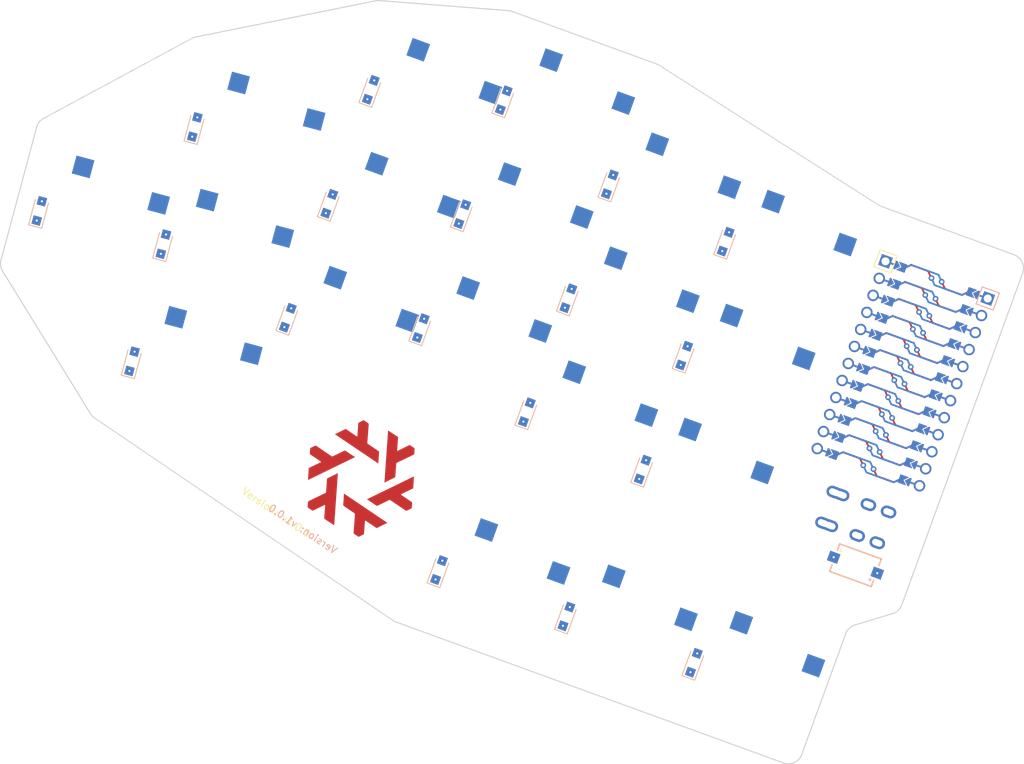
<source format=kicad_pcb>
(kicad_pcb (version 20171130) (host pcbnew 5.1.6)
  (title_block (title production) (rev v1.0.0) (company "Tygo van den Hurk"))
  (layers (0 F.Cu signal) (31 B.Cu signal) (34 B.Paste user) (35 F.Paste user) (36 B.SilkS user) (37 F.SilkS user) (38 B.Mask user) (39 F.Mask user) (44 Edge.Cuts user))
  (net 0 "")
  (net 1 "matrix_outer_home")
  (net 2 "P0")
  (net 3 "matrix_pinky_bottom")
  (net 4 "P4")
  (net 5 "matrix_pinky_home")
  (net 6 "matrix_pinky_top")
  (net 7 "P1")
  (net 8 "matrix_ring_bottom")
  (net 9 "matrix_ring_home")
  (net 10 "matrix_ring_top")
  (net 11 "matrix_middle_bottom")
  (net 12 "matrix_middle_home")
  (net 13 "matrix_middle_top")
  (net 14 "matrix_index_bottom")
  (net 15 "matrix_index_home")
  (net 16 "matrix_index_top")
  (net 17 "matrix_inner_bottom")
  (net 18 "matrix_inner_home")
  (net 19 "matrix_inner_top")
  (net 20 "thumbfan_near_thumb")
  (net 21 "P5")
  (net 22 "thumbfan_home_thumb")
  (net 23 "thumbfan_far_thumb")
  (net 24 "P6")
  (net 25 "P7")
  (net 26 "P8")
  (net 27 "P9")
  (net 28 "P21")
  (net 29 "P20")
  (net 30 "P19")
  (net 31 "RAW")
  (net 32 "GND")
  (net 33 "RST")
  (net 34 "VCC")
  (net 35 "P18")
  (net 36 "P15")
  (net 37 "P14")
  (net 38 "P16")
  (net 39 "P10")
  (net 40 "P2")
  (net 41 "P3")
  (footprint "Diode_SMD:Nexperia_CFP3_SOD-123W" (at 56.412024699999996 111.3289939 75)
    (fp_text reference "D1" hide)
    (fp_text value "Nexperia_CFP3_SOD-123W" hide)
    (pad "1" thru_hole rect (at -1.4 0 75) (size 1.2 1.2) (drill 0.3) (layers *.Cu *.Mask) (net 2 "P0"))
    (pad "2" thru_hole rect (at 1.4 0 75) (size 1.2 1.2) (drill 0.3) (layers *.Cu *.Mask) (net 1 "matrix_outer_home"))
  )
  (footprint "Diode_SMD:Nexperia_CFP3_SOD-123W" (at 69.3987659 132.40847580000002 75)
    (fp_text reference "D2" hide)
    (fp_text value "Nexperia_CFP3_SOD-123W" hide)
    (pad "1" thru_hole rect (at -1.4 0 75) (size 1.2 1.2) (drill 0.3) (layers *.Cu *.Mask) (net 4 "P4"))
    (pad "2" thru_hole rect (at 1.4 0 75) (size 1.2 1.2) (drill 0.3) (layers *.Cu *.Mask) (net 3 "matrix_pinky_bottom"))
  )
  (footprint "Diode_SMD:Nexperia_CFP3_SOD-123W" (at 73.7986897 115.9877367 75)
    (fp_text reference "D3" hide)
    (fp_text value "Nexperia_CFP3_SOD-123W" hide)
    (pad "1" thru_hole rect (at -1.4 0 75) (size 1.2 1.2) (drill 0.3) (layers *.Cu *.Mask) (net 2 "P0"))
    (pad "2" thru_hole rect (at 1.4 0 75) (size 1.2 1.2) (drill 0.3) (layers *.Cu *.Mask) (net 5 "matrix_pinky_home"))
  )
  (footprint "Diode_SMD:Nexperia_CFP3_SOD-123W" (at 78.1986135 99.5669977 75)
    (fp_text reference "D4" hide)
    (fp_text value "Nexperia_CFP3_SOD-123W" hide)
    (pad "1" thru_hole rect (at -1.4 0 75) (size 1.2 1.2) (drill 0.3) (layers *.Cu *.Mask) (net 7 "P1"))
    (pad "2" thru_hole rect (at 1.4 0 75) (size 1.2 1.2) (drill 0.3) (layers *.Cu *.Mask) (net 6 "matrix_pinky_top"))
  )
  (footprint "Diode_SMD:Nexperia_CFP3_SOD-123W" (at 91.2235323 126.2986513 70)
    (fp_text reference "D5" hide)
    (fp_text value "Nexperia_CFP3_SOD-123W" hide)
    (pad "1" thru_hole rect (at -1.4 0 70) (size 1.2 1.2) (drill 0.3) (layers *.Cu *.Mask) (net 4 "P4"))
    (pad "2" thru_hole rect (at 1.4 0 70) (size 1.2 1.2) (drill 0.3) (layers *.Cu *.Mask) (net 8 "matrix_ring_bottom"))
  )
  (footprint "Diode_SMD:Nexperia_CFP3_SOD-123W" (at 97.0378747 110.3238768 70)
    (fp_text reference "D6" hide)
    (fp_text value "Nexperia_CFP3_SOD-123W" hide)
    (pad "1" thru_hole rect (at -1.4 0 70) (size 1.2 1.2) (drill 0.3) (layers *.Cu *.Mask) (net 2 "P0"))
    (pad "2" thru_hole rect (at 1.4 0 70) (size 1.2 1.2) (drill 0.3) (layers *.Cu *.Mask) (net 9 "matrix_ring_home"))
  )
  (footprint "Diode_SMD:Nexperia_CFP3_SOD-123W" (at 102.8522171 94.34910219999999 70)
    (fp_text reference "D7" hide)
    (fp_text value "Nexperia_CFP3_SOD-123W" hide)
    (pad "1" thru_hole rect (at -1.4 0 70) (size 1.2 1.2) (drill 0.3) (layers *.Cu *.Mask) (net 7 "P1"))
    (pad "2" thru_hole rect (at 1.4 0 70) (size 1.2 1.2) (drill 0.3) (layers *.Cu *.Mask) (net 10 "matrix_ring_top"))
  )
  (footprint "Diode_SMD:Nexperia_CFP3_SOD-123W" (at 109.84810030000001 127.75655069999999 70)
    (fp_text reference "D8" hide)
    (fp_text value "Nexperia_CFP3_SOD-123W" hide)
    (pad "1" thru_hole rect (at -1.4 0 70) (size 1.2 1.2) (drill 0.3) (layers *.Cu *.Mask) (net 4 "P4"))
    (pad "2" thru_hole rect (at 1.4 0 70) (size 1.2 1.2) (drill 0.3) (layers *.Cu *.Mask) (net 11 "matrix_middle_bottom"))
  )
  (footprint "Diode_SMD:Nexperia_CFP3_SOD-123W" (at 115.6624427 111.7817762 70)
    (fp_text reference "D9" hide)
    (fp_text value "Nexperia_CFP3_SOD-123W" hide)
    (pad "1" thru_hole rect (at -1.4 0 70) (size 1.2 1.2) (drill 0.3) (layers *.Cu *.Mask) (net 2 "P0"))
    (pad "2" thru_hole rect (at 1.4 0 70) (size 1.2 1.2) (drill 0.3) (layers *.Cu *.Mask) (net 12 "matrix_middle_home"))
  )
  (footprint "Diode_SMD:Nexperia_CFP3_SOD-123W" (at 121.4767852 95.80700159999999 70)
    (fp_text reference "D10" hide)
    (fp_text value "Nexperia_CFP3_SOD-123W" hide)
    (pad "1" thru_hole rect (at -1.4 0 70) (size 1.2 1.2) (drill 0.3) (layers *.Cu *.Mask) (net 7 "P1"))
    (pad "2" thru_hole rect (at 1.4 0 70) (size 1.2 1.2) (drill 0.3) (layers *.Cu *.Mask) (net 13 "matrix_middle_top"))
  )
  (footprint "Diode_SMD:Nexperia_CFP3_SOD-123W" (at 124.71044660000001 139.55106899999998 70)
    (fp_text reference "D11" hide)
    (fp_text value "Nexperia_CFP3_SOD-123W" hide)
    (pad "1" thru_hole rect (at -1.4 0 70) (size 1.2 1.2) (drill 0.3) (layers *.Cu *.Mask) (net 4 "P4"))
    (pad "2" thru_hole rect (at 1.4 0 70) (size 1.2 1.2) (drill 0.3) (layers *.Cu *.Mask) (net 14 "matrix_index_bottom"))
  )
  (footprint "Diode_SMD:Nexperia_CFP3_SOD-123W" (at 130.524789 123.5762945 70)
    (fp_text reference "D12" hide)
    (fp_text value "Nexperia_CFP3_SOD-123W" hide)
    (pad "1" thru_hole rect (at -1.4 0 70) (size 1.2 1.2) (drill 0.3) (layers *.Cu *.Mask) (net 2 "P0"))
    (pad "2" thru_hole rect (at 1.4 0 70) (size 1.2 1.2) (drill 0.3) (layers *.Cu *.Mask) (net 15 "matrix_index_home"))
  )
  (footprint "Diode_SMD:Nexperia_CFP3_SOD-123W" (at 136.3391315 107.6015199 70)
    (fp_text reference "D13" hide)
    (fp_text value "Nexperia_CFP3_SOD-123W" hide)
    (pad "1" thru_hole rect (at -1.4 0 70) (size 1.2 1.2) (drill 0.3) (layers *.Cu *.Mask) (net 7 "P1"))
    (pad "2" thru_hole rect (at 1.4 0 70) (size 1.2 1.2) (drill 0.3) (layers *.Cu *.Mask) (net 16 "matrix_index_top"))
  )
  (footprint "Diode_SMD:Nexperia_CFP3_SOD-123W" (at 140.94087340000002 147.5868169 70)
    (fp_text reference "D14" hide)
    (fp_text value "Nexperia_CFP3_SOD-123W" hide)
    (pad "1" thru_hole rect (at -1.4 0 70) (size 1.2 1.2) (drill 0.3) (layers *.Cu *.Mask) (net 4 "P4"))
    (pad "2" thru_hole rect (at 1.4 0 70) (size 1.2 1.2) (drill 0.3) (layers *.Cu *.Mask) (net 17 "matrix_inner_bottom"))
  )
  (footprint "Diode_SMD:Nexperia_CFP3_SOD-123W" (at 146.7552158 131.6120424 70)
    (fp_text reference "D15" hide)
    (fp_text value "Nexperia_CFP3_SOD-123W" hide)
    (pad "1" thru_hole rect (at -1.4 0 70) (size 1.2 1.2) (drill 0.3) (layers *.Cu *.Mask) (net 2 "P0"))
    (pad "2" thru_hole rect (at 1.4 0 70) (size 1.2 1.2) (drill 0.3) (layers *.Cu *.Mask) (net 18 "matrix_inner_home"))
  )
  (footprint "Diode_SMD:Nexperia_CFP3_SOD-123W" (at 152.56955820000002 115.6372678 70)
    (fp_text reference "D16" hide)
    (fp_text value "Nexperia_CFP3_SOD-123W" hide)
    (pad "1" thru_hole rect (at -1.4 0 70) (size 1.2 1.2) (drill 0.3) (layers *.Cu *.Mask) (net 7 "P1"))
    (pad "2" thru_hole rect (at 1.4 0 70) (size 1.2 1.2) (drill 0.3) (layers *.Cu *.Mask) (net 19 "matrix_inner_top"))
  )
  (footprint "Diode_SMD:Nexperia_CFP3_SOD-123W" (at 112.40117240000001 161.67530399999998 70)
    (fp_text reference "D17" hide)
    (fp_text value "Nexperia_CFP3_SOD-123W" hide)
    (pad "1" thru_hole rect (at -1.4 0 70) (size 1.2 1.2) (drill 0.3) (layers *.Cu *.Mask) (net 21 "P5"))
    (pad "2" thru_hole rect (at 1.4 0 70) (size 1.2 1.2) (drill 0.3) (layers *.Cu *.Mask) (net 20 "thumbfan_near_thumb"))
  )
  (footprint "Diode_SMD:Nexperia_CFP3_SOD-123W" (at 130.2553322 168.17368679999998 70)
    (fp_text reference "D18" hide)
    (fp_text value "Nexperia_CFP3_SOD-123W" hide)
    (pad "1" thru_hole rect (at -1.4 0 70) (size 1.2 1.2) (drill 0.3) (layers *.Cu *.Mask) (net 21 "P5"))
    (pad "2" thru_hole rect (at 1.4 0 70) (size 1.2 1.2) (drill 0.3) (layers *.Cu *.Mask) (net 22 "thumbfan_home_thumb"))
  )
  (footprint "Diode_SMD:Nexperia_CFP3_SOD-123W" (at 148.10949200000002 174.6720695 70)
    (fp_text reference "D19" hide)
    (fp_text value "Nexperia_CFP3_SOD-123W" hide)
    (pad "1" thru_hole rect (at -1.4 0 70) (size 1.2 1.2) (drill 0.3) (layers *.Cu *.Mask) (net 21 "P5"))
    (pad "2" thru_hole rect (at 1.4 0 70) (size 1.2 1.2) (drill 0.3) (layers *.Cu *.Mask) (net 23 "thumbfan_far_thumb"))
  )
  (module PG1350 (layer F.Cu) (at 64.1671715 111.7505373 -15)
    (fp_text reference "S1" hide)
    (fp_text value "" hide)
    (pad "" np_thru_hole circle (at 0 0) (size 3.429 3.429) (drill 3.429) (layers *.Cu *.Mask))
    (pad "" np_thru_hole circle (at 5.5 0) (size 1.7018 1.7018) (drill 1.7018) (layers *.Cu *.Mask))
    (pad "" np_thru_hole circle (at -5.5 0) (size 1.7018 1.7018) (drill 1.7018) (layers *.Cu *.Mask))
    (pad "" np_thru_hole circle (at 5 -3.75) (size 3 3) (drill 3) (layers *.Cu *.Mask))
    (pad "" np_thru_hole circle (at 0 -5.95) (size 3 3) (drill 3) (layers *.Cu *.Mask))
    (pad 1 smd rect (at -3.275 -5.95 -15) (size 2.6 2.6) (layers B.Cu B.Paste B.Mask) (net 24 "P6"))
    (pad 2 smd rect (at 8.275 -3.75 -15) (size 2.6 2.6) (layers B.Cu B.Paste B.Mask) (net 1 "matrix_outer_home"))
  )
  (module PG1350 (layer F.Cu) (at 77.1539127 132.8300192 -15)
    (fp_text reference "S2" hide)
    (fp_text value "" hide)
    (pad "" np_thru_hole circle (at 0 0) (size 3.429 3.429) (drill 3.429) (layers *.Cu *.Mask))
    (pad "" np_thru_hole circle (at 5.5 0) (size 1.7018 1.7018) (drill 1.7018) (layers *.Cu *.Mask))
    (pad "" np_thru_hole circle (at -5.5 0) (size 1.7018 1.7018) (drill 1.7018) (layers *.Cu *.Mask))
    (pad "" np_thru_hole circle (at 5 -3.75) (size 3 3) (drill 3) (layers *.Cu *.Mask))
    (pad "" np_thru_hole circle (at 0 -5.95) (size 3 3) (drill 3) (layers *.Cu *.Mask))
    (pad 1 smd rect (at -3.275 -5.95 -15) (size 2.6 2.6) (layers B.Cu B.Paste B.Mask) (net 25 "P7"))
    (pad 2 smd rect (at 8.275 -3.75 -15) (size 2.6 2.6) (layers B.Cu B.Paste B.Mask) (net 3 "matrix_pinky_bottom"))
  )
  (module PG1350 (layer F.Cu) (at 81.5538365 116.4092801 -15)
    (fp_text reference "S3" hide)
    (fp_text value "" hide)
    (pad "" np_thru_hole circle (at 0 0) (size 3.429 3.429) (drill 3.429) (layers *.Cu *.Mask))
    (pad "" np_thru_hole circle (at 5.5 0) (size 1.7018 1.7018) (drill 1.7018) (layers *.Cu *.Mask))
    (pad "" np_thru_hole circle (at -5.5 0) (size 1.7018 1.7018) (drill 1.7018) (layers *.Cu *.Mask))
    (pad "" np_thru_hole circle (at 5 -3.75) (size 3 3) (drill 3) (layers *.Cu *.Mask))
    (pad "" np_thru_hole circle (at 0 -5.95) (size 3 3) (drill 3) (layers *.Cu *.Mask))
    (pad 1 smd rect (at -3.275 -5.95 -15) (size 2.6 2.6) (layers B.Cu B.Paste B.Mask) (net 25 "P7"))
    (pad 2 smd rect (at 8.275 -3.75 -15) (size 2.6 2.6) (layers B.Cu B.Paste B.Mask) (net 5 "matrix_pinky_home"))
  )
  (module PG1350 (layer F.Cu) (at 85.9537603 99.9885411 -15)
    (fp_text reference "S4" hide)
    (fp_text value "" hide)
    (pad "" np_thru_hole circle (at 0 0) (size 3.429 3.429) (drill 3.429) (layers *.Cu *.Mask))
    (pad "" np_thru_hole circle (at 5.5 0) (size 1.7018 1.7018) (drill 1.7018) (layers *.Cu *.Mask))
    (pad "" np_thru_hole circle (at -5.5 0) (size 1.7018 1.7018) (drill 1.7018) (layers *.Cu *.Mask))
    (pad "" np_thru_hole circle (at 5 -3.75) (size 3 3) (drill 3) (layers *.Cu *.Mask))
    (pad "" np_thru_hole circle (at 0 -5.95) (size 3 3) (drill 3) (layers *.Cu *.Mask))
    (pad 1 smd rect (at -3.275 -5.95 -15) (size 2.6 2.6) (layers B.Cu B.Paste B.Mask) (net 25 "P7"))
    (pad 2 smd rect (at 8.275 -3.75 -15) (size 2.6 2.6) (layers B.Cu B.Paste B.Mask) (net 6 "matrix_pinky_top"))
  )
  (module PG1350 (layer F.Cu) (at 98.9124284 127.3944962 -20)
    (fp_text reference "S5" hide)
    (fp_text value "" hide)
    (pad "" np_thru_hole circle (at 0 0) (size 3.429 3.429) (drill 3.429) (layers *.Cu *.Mask))
    (pad "" np_thru_hole circle (at 5.5 0) (size 1.7018 1.7018) (drill 1.7018) (layers *.Cu *.Mask))
    (pad "" np_thru_hole circle (at -5.5 0) (size 1.7018 1.7018) (drill 1.7018) (layers *.Cu *.Mask))
    (pad "" np_thru_hole circle (at 5 -3.75) (size 3 3) (drill 3) (layers *.Cu *.Mask))
    (pad "" np_thru_hole circle (at 0 -5.95) (size 3 3) (drill 3) (layers *.Cu *.Mask))
    (pad 1 smd rect (at -3.275 -5.95 -20) (size 2.6 2.6) (layers B.Cu B.Paste B.Mask) (net 26 "P8"))
    (pad 2 smd rect (at 8.275 -3.75 -20) (size 2.6 2.6) (layers B.Cu B.Paste B.Mask) (net 8 "matrix_ring_bottom"))
  )
  (module PG1350 (layer F.Cu) (at 104.7267708 111.4197217 -20)
    (fp_text reference "S6" hide)
    (fp_text value "" hide)
    (pad "" np_thru_hole circle (at 0 0) (size 3.429 3.429) (drill 3.429) (layers *.Cu *.Mask))
    (pad "" np_thru_hole circle (at 5.5 0) (size 1.7018 1.7018) (drill 1.7018) (layers *.Cu *.Mask))
    (pad "" np_thru_hole circle (at -5.5 0) (size 1.7018 1.7018) (drill 1.7018) (layers *.Cu *.Mask))
    (pad "" np_thru_hole circle (at 5 -3.75) (size 3 3) (drill 3) (layers *.Cu *.Mask))
    (pad "" np_thru_hole circle (at 0 -5.95) (size 3 3) (drill 3) (layers *.Cu *.Mask))
    (pad 1 smd rect (at -3.275 -5.95 -20) (size 2.6 2.6) (layers B.Cu B.Paste B.Mask) (net 26 "P8"))
    (pad 2 smd rect (at 8.275 -3.75 -20) (size 2.6 2.6) (layers B.Cu B.Paste B.Mask) (net 9 "matrix_ring_home"))
  )
  (module PG1350 (layer F.Cu) (at 110.5411132 95.4449471 -20)
    (fp_text reference "S7" hide)
    (fp_text value "" hide)
    (pad "" np_thru_hole circle (at 0 0) (size 3.429 3.429) (drill 3.429) (layers *.Cu *.Mask))
    (pad "" np_thru_hole circle (at 5.5 0) (size 1.7018 1.7018) (drill 1.7018) (layers *.Cu *.Mask))
    (pad "" np_thru_hole circle (at -5.5 0) (size 1.7018 1.7018) (drill 1.7018) (layers *.Cu *.Mask))
    (pad "" np_thru_hole circle (at 5 -3.75) (size 3 3) (drill 3) (layers *.Cu *.Mask))
    (pad "" np_thru_hole circle (at 0 -5.95) (size 3 3) (drill 3) (layers *.Cu *.Mask))
    (pad 1 smd rect (at -3.275 -5.95 -20) (size 2.6 2.6) (layers B.Cu B.Paste B.Mask) (net 26 "P8"))
    (pad 2 smd rect (at 8.275 -3.75 -20) (size 2.6 2.6) (layers B.Cu B.Paste B.Mask) (net 10 "matrix_ring_top"))
  )
  (module PG1350 (layer F.Cu) (at 117.5369964 128.8523956 -20)
    (fp_text reference "S8" hide)
    (fp_text value "" hide)
    (pad "" np_thru_hole circle (at 0 0) (size 3.429 3.429) (drill 3.429) (layers *.Cu *.Mask))
    (pad "" np_thru_hole circle (at 5.5 0) (size 1.7018 1.7018) (drill 1.7018) (layers *.Cu *.Mask))
    (pad "" np_thru_hole circle (at -5.5 0) (size 1.7018 1.7018) (drill 1.7018) (layers *.Cu *.Mask))
    (pad "" np_thru_hole circle (at 5 -3.75) (size 3 3) (drill 3) (layers *.Cu *.Mask))
    (pad "" np_thru_hole circle (at 0 -5.95) (size 3 3) (drill 3) (layers *.Cu *.Mask))
    (pad 1 smd rect (at -3.275 -5.95 -20) (size 2.6 2.6) (layers B.Cu B.Paste B.Mask) (net 27 "P9"))
    (pad 2 smd rect (at 8.275 -3.75 -20) (size 2.6 2.6) (layers B.Cu B.Paste B.Mask) (net 11 "matrix_middle_bottom"))
  )
  (module PG1350 (layer F.Cu) (at 123.3513388 112.8776211 -20)
    (fp_text reference "S9" hide)
    (fp_text value "" hide)
    (pad "" np_thru_hole circle (at 0 0) (size 3.429 3.429) (drill 3.429) (layers *.Cu *.Mask))
    (pad "" np_thru_hole circle (at 5.5 0) (size 1.7018 1.7018) (drill 1.7018) (layers *.Cu *.Mask))
    (pad "" np_thru_hole circle (at -5.5 0) (size 1.7018 1.7018) (drill 1.7018) (layers *.Cu *.Mask))
    (pad "" np_thru_hole circle (at 5 -3.75) (size 3 3) (drill 3) (layers *.Cu *.Mask))
    (pad "" np_thru_hole circle (at 0 -5.95) (size 3 3) (drill 3) (layers *.Cu *.Mask))
    (pad 1 smd rect (at -3.275 -5.95 -20) (size 2.6 2.6) (layers B.Cu B.Paste B.Mask) (net 27 "P9"))
    (pad 2 smd rect (at 8.275 -3.75 -20) (size 2.6 2.6) (layers B.Cu B.Paste B.Mask) (net 12 "matrix_middle_home"))
  )
  (module PG1350 (layer F.Cu) (at 129.1656813 96.9028465 -20)
    (fp_text reference "S10" hide)
    (fp_text value "" hide)
    (pad "" np_thru_hole circle (at 0 0) (size 3.429 3.429) (drill 3.429) (layers *.Cu *.Mask))
    (pad "" np_thru_hole circle (at 5.5 0) (size 1.7018 1.7018) (drill 1.7018) (layers *.Cu *.Mask))
    (pad "" np_thru_hole circle (at -5.5 0) (size 1.7018 1.7018) (drill 1.7018) (layers *.Cu *.Mask))
    (pad "" np_thru_hole circle (at 5 -3.75) (size 3 3) (drill 3) (layers *.Cu *.Mask))
    (pad "" np_thru_hole circle (at 0 -5.95) (size 3 3) (drill 3) (layers *.Cu *.Mask))
    (pad 1 smd rect (at -3.275 -5.95 -20) (size 2.6 2.6) (layers B.Cu B.Paste B.Mask) (net 27 "P9"))
    (pad 2 smd rect (at 8.275 -3.75 -20) (size 2.6 2.6) (layers B.Cu B.Paste B.Mask) (net 13 "matrix_middle_top"))
  )
  (module PG1350 (layer F.Cu) (at 132.3993427 140.6469139 -20)
    (fp_text reference "S11" hide)
    (fp_text value "" hide)
    (pad "" np_thru_hole circle (at 0 0) (size 3.429 3.429) (drill 3.429) (layers *.Cu *.Mask))
    (pad "" np_thru_hole circle (at 5.5 0) (size 1.7018 1.7018) (drill 1.7018) (layers *.Cu *.Mask))
    (pad "" np_thru_hole circle (at -5.5 0) (size 1.7018 1.7018) (drill 1.7018) (layers *.Cu *.Mask))
    (pad "" np_thru_hole circle (at 5 -3.75) (size 3 3) (drill 3) (layers *.Cu *.Mask))
    (pad "" np_thru_hole circle (at 0 -5.95) (size 3 3) (drill 3) (layers *.Cu *.Mask))
    (pad 1 smd rect (at -3.275 -5.95 -20) (size 2.6 2.6) (layers B.Cu B.Paste B.Mask) (net 28 "P21"))
    (pad 2 smd rect (at 8.275 -3.75 -20) (size 2.6 2.6) (layers B.Cu B.Paste B.Mask) (net 14 "matrix_index_bottom"))
  )
  (module PG1350 (layer F.Cu) (at 138.2136851 124.6721394 -20)
    (fp_text reference "S12" hide)
    (fp_text value "" hide)
    (pad "" np_thru_hole circle (at 0 0) (size 3.429 3.429) (drill 3.429) (layers *.Cu *.Mask))
    (pad "" np_thru_hole circle (at 5.5 0) (size 1.7018 1.7018) (drill 1.7018) (layers *.Cu *.Mask))
    (pad "" np_thru_hole circle (at -5.5 0) (size 1.7018 1.7018) (drill 1.7018) (layers *.Cu *.Mask))
    (pad "" np_thru_hole circle (at 5 -3.75) (size 3 3) (drill 3) (layers *.Cu *.Mask))
    (pad "" np_thru_hole circle (at 0 -5.95) (size 3 3) (drill 3) (layers *.Cu *.Mask))
    (pad 1 smd rect (at -3.275 -5.95 -20) (size 2.6 2.6) (layers B.Cu B.Paste B.Mask) (net 28 "P21"))
    (pad 2 smd rect (at 8.275 -3.75 -20) (size 2.6 2.6) (layers B.Cu B.Paste B.Mask) (net 15 "matrix_index_home"))
  )
  (module PG1350 (layer F.Cu) (at 144.0280276 108.6973648 -20)
    (fp_text reference "S13" hide)
    (fp_text value "" hide)
    (pad "" np_thru_hole circle (at 0 0) (size 3.429 3.429) (drill 3.429) (layers *.Cu *.Mask))
    (pad "" np_thru_hole circle (at 5.5 0) (size 1.7018 1.7018) (drill 1.7018) (layers *.Cu *.Mask))
    (pad "" np_thru_hole circle (at -5.5 0) (size 1.7018 1.7018) (drill 1.7018) (layers *.Cu *.Mask))
    (pad "" np_thru_hole circle (at 5 -3.75) (size 3 3) (drill 3) (layers *.Cu *.Mask))
    (pad "" np_thru_hole circle (at 0 -5.95) (size 3 3) (drill 3) (layers *.Cu *.Mask))
    (pad 1 smd rect (at -3.275 -5.95 -20) (size 2.6 2.6) (layers B.Cu B.Paste B.Mask) (net 28 "P21"))
    (pad 2 smd rect (at 8.275 -3.75 -20) (size 2.6 2.6) (layers B.Cu B.Paste B.Mask) (net 16 "matrix_index_top"))
  )
  (module PG1350 (layer F.Cu) (at 148.6297695 148.6826618 -20)
    (fp_text reference "S14" hide)
    (fp_text value "" hide)
    (pad "" np_thru_hole circle (at 0 0) (size 3.429 3.429) (drill 3.429) (layers *.Cu *.Mask))
    (pad "" np_thru_hole circle (at 5.5 0) (size 1.7018 1.7018) (drill 1.7018) (layers *.Cu *.Mask))
    (pad "" np_thru_hole circle (at -5.5 0) (size 1.7018 1.7018) (drill 1.7018) (layers *.Cu *.Mask))
    (pad "" np_thru_hole circle (at 5 -3.75) (size 3 3) (drill 3) (layers *.Cu *.Mask))
    (pad "" np_thru_hole circle (at 0 -5.95) (size 3 3) (drill 3) (layers *.Cu *.Mask))
    (pad 1 smd rect (at -3.275 -5.95 -20) (size 2.6 2.6) (layers B.Cu B.Paste B.Mask) (net 29 "P20"))
    (pad 2 smd rect (at 8.275 -3.75 -20) (size 2.6 2.6) (layers B.Cu B.Paste B.Mask) (net 17 "matrix_inner_bottom"))
  )
  (module PG1350 (layer F.Cu) (at 154.4441119 132.7078873 -20)
    (fp_text reference "S15" hide)
    (fp_text value "" hide)
    (pad "" np_thru_hole circle (at 0 0) (size 3.429 3.429) (drill 3.429) (layers *.Cu *.Mask))
    (pad "" np_thru_hole circle (at 5.5 0) (size 1.7018 1.7018) (drill 1.7018) (layers *.Cu *.Mask))
    (pad "" np_thru_hole circle (at -5.5 0) (size 1.7018 1.7018) (drill 1.7018) (layers *.Cu *.Mask))
    (pad "" np_thru_hole circle (at 5 -3.75) (size 3 3) (drill 3) (layers *.Cu *.Mask))
    (pad "" np_thru_hole circle (at 0 -5.95) (size 3 3) (drill 3) (layers *.Cu *.Mask))
    (pad 1 smd rect (at -3.275 -5.95 -20) (size 2.6 2.6) (layers B.Cu B.Paste B.Mask) (net 29 "P20"))
    (pad 2 smd rect (at 8.275 -3.75 -20) (size 2.6 2.6) (layers B.Cu B.Paste B.Mask) (net 18 "matrix_inner_home"))
  )
  (module PG1350 (layer F.Cu) (at 160.2584543 116.7331127 -20)
    (fp_text reference "S16" hide)
    (fp_text value "" hide)
    (pad "" np_thru_hole circle (at 0 0) (size 3.429 3.429) (drill 3.429) (layers *.Cu *.Mask))
    (pad "" np_thru_hole circle (at 5.5 0) (size 1.7018 1.7018) (drill 1.7018) (layers *.Cu *.Mask))
    (pad "" np_thru_hole circle (at -5.5 0) (size 1.7018 1.7018) (drill 1.7018) (layers *.Cu *.Mask))
    (pad "" np_thru_hole circle (at 5 -3.75) (size 3 3) (drill 3) (layers *.Cu *.Mask))
    (pad "" np_thru_hole circle (at 0 -5.95) (size 3 3) (drill 3) (layers *.Cu *.Mask))
    (pad 1 smd rect (at -3.275 -5.95 -20) (size 2.6 2.6) (layers B.Cu B.Paste B.Mask) (net 29 "P20"))
    (pad 2 smd rect (at 8.275 -3.75 -20) (size 2.6 2.6) (layers B.Cu B.Paste B.Mask) (net 19 "matrix_inner_top"))
  )
  (module PG1350 (layer F.Cu) (at 120.0900685 162.7711489 -20)
    (fp_text reference "S17" hide)
    (fp_text value "" hide)
    (pad "" np_thru_hole circle (at 0 0) (size 3.429 3.429) (drill 3.429) (layers *.Cu *.Mask))
    (pad "" np_thru_hole circle (at 5.5 0) (size 1.7018 1.7018) (drill 1.7018) (layers *.Cu *.Mask))
    (pad "" np_thru_hole circle (at -5.5 0) (size 1.7018 1.7018) (drill 1.7018) (layers *.Cu *.Mask))
    (pad "" np_thru_hole circle (at 5 -3.75) (size 3 3) (drill 3) (layers *.Cu *.Mask))
    (pad "" np_thru_hole circle (at 0 -5.95) (size 3 3) (drill 3) (layers *.Cu *.Mask))
    (pad 1 smd rect (at -3.275 -5.95 -20) (size 2.6 2.6) (layers B.Cu B.Paste B.Mask) (net 28 "P21"))
    (pad 2 smd rect (at 8.275 -3.75 -20) (size 2.6 2.6) (layers B.Cu B.Paste B.Mask) (net 20 "thumbfan_near_thumb"))
  )
  (module PG1350 (layer F.Cu) (at 137.9442283 169.2695317 -20)
    (fp_text reference "S18" hide)
    (fp_text value "" hide)
    (pad "" np_thru_hole circle (at 0 0) (size 3.429 3.429) (drill 3.429) (layers *.Cu *.Mask))
    (pad "" np_thru_hole circle (at 5.5 0) (size 1.7018 1.7018) (drill 1.7018) (layers *.Cu *.Mask))
    (pad "" np_thru_hole circle (at -5.5 0) (size 1.7018 1.7018) (drill 1.7018) (layers *.Cu *.Mask))
    (pad "" np_thru_hole circle (at 5 -3.75) (size 3 3) (drill 3) (layers *.Cu *.Mask))
    (pad "" np_thru_hole circle (at 0 -5.95) (size 3 3) (drill 3) (layers *.Cu *.Mask))
    (pad 1 smd rect (at -3.275 -5.95 -20) (size 2.6 2.6) (layers B.Cu B.Paste B.Mask) (net 29 "P20"))
    (pad 2 smd rect (at 8.275 -3.75 -20) (size 2.6 2.6) (layers B.Cu B.Paste B.Mask) (net 22 "thumbfan_home_thumb"))
  )
  (module PG1350 (layer F.Cu) (at 155.7983881 175.7679144 -20)
    (fp_text reference "S19" hide)
    (fp_text value "" hide)
    (pad "" np_thru_hole circle (at 0 0) (size 3.429 3.429) (drill 3.429) (layers *.Cu *.Mask))
    (pad "" np_thru_hole circle (at 5.5 0) (size 1.7018 1.7018) (drill 1.7018) (layers *.Cu *.Mask))
    (pad "" np_thru_hole circle (at -5.5 0) (size 1.7018 1.7018) (drill 1.7018) (layers *.Cu *.Mask))
    (pad "" np_thru_hole circle (at 5 -3.75) (size 3 3) (drill 3) (layers *.Cu *.Mask))
    (pad "" np_thru_hole circle (at 0 -5.95) (size 3 3) (drill 3) (layers *.Cu *.Mask))
    (pad 1 smd rect (at -3.275 -5.95 -20) (size 2.6 2.6) (layers B.Cu B.Paste B.Mask) (net 30 "P19"))
    (pad 2 smd rect (at 8.275 -3.75 -20) (size 2.6 2.6) (layers B.Cu B.Paste B.Mask) (net 23 "thumbfan_far_thumb"))
  )
  (module ProMicro (layer F.Cu) (at 177.34048049999998 134.1243284 -110)
    (fp_text reference "MCU1" hide)
    (pad "" thru_hole circle (at -13.97 7.62) (size 1.6 1.6) (drill 1.1) (layers *.Cu *.Mask))
    (pad "" thru_hole circle (at -11.43 7.62) (size 1.6 1.6) (drill 1.1) (layers *.Cu *.Mask))
    (pad "" thru_hole circle (at -8.89 7.62) (size 1.6 1.6) (drill 1.1) (layers *.Cu *.Mask))
    (pad "" thru_hole circle (at -6.35 7.62) (size 1.6 1.6) (drill 1.1) (layers *.Cu *.Mask))
    (pad "" thru_hole circle (at -3.81 7.62) (size 1.6 1.6) (drill 1.1) (layers *.Cu *.Mask))
    (pad "" thru_hole circle (at -1.27 7.62) (size 1.6 1.6) (drill 1.1) (layers *.Cu *.Mask))
    (pad "" thru_hole circle (at 1.27 7.62) (size 1.6 1.6) (drill 1.1) (layers *.Cu *.Mask))
    (pad "" thru_hole circle (at 3.81 7.62) (size 1.6 1.6) (drill 1.1) (layers *.Cu *.Mask))
    (pad "" thru_hole circle (at 6.35 7.62) (size 1.6 1.6) (drill 1.1) (layers *.Cu *.Mask))
    (pad "" thru_hole circle (at 8.89 7.62) (size 1.6 1.6) (drill 1.1) (layers *.Cu *.Mask))
    (pad "" thru_hole circle (at 11.43 7.62) (size 1.6 1.6) (drill 1.1) (layers *.Cu *.Mask))
    (pad "" thru_hole circle (at 13.97 7.62) (size 1.6 1.6) (drill 1.1) (layers *.Cu *.Mask))
    (pad "" thru_hole circle (at 13.97 -7.62) (size 1.6 1.6) (drill 1.1) (layers *.Cu *.Mask))
    (pad "" thru_hole circle (at 11.43 -7.62) (size 1.6 1.6) (drill 1.1) (layers *.Cu *.Mask))
    (pad "" thru_hole circle (at 8.89 -7.62) (size 1.6 1.6) (drill 1.1) (layers *.Cu *.Mask))
    (pad "" thru_hole circle (at 6.35 -7.62) (size 1.6 1.6) (drill 1.1) (layers *.Cu *.Mask))
    (pad "" thru_hole circle (at 3.81 -7.62) (size 1.6 1.6) (drill 1.1) (layers *.Cu *.Mask))
    (pad "" thru_hole circle (at 1.27 -7.62) (size 1.6 1.6) (drill 1.1) (layers *.Cu *.Mask))
    (pad "" thru_hole circle (at -1.27 -7.62) (size 1.6 1.6) (drill 1.1) (layers *.Cu *.Mask))
    (pad "" thru_hole circle (at -3.81 -7.62) (size 1.6 1.6) (drill 1.1) (layers *.Cu *.Mask))
    (pad "" thru_hole circle (at -6.35 -7.62) (size 1.6 1.6) (drill 1.1) (layers *.Cu *.Mask))
    (pad "" thru_hole circle (at -8.89 -7.62) (size 1.6 1.6) (drill 1.1) (layers *.Cu *.Mask))
    (pad "" thru_hole circle (at -11.43 -7.62) (size 1.6 1.6) (drill 1.1) (layers *.Cu *.Mask))
    (pad "" thru_hole circle (at -13.97 -7.62) (size 1.6 1.6) (drill 1.1) (layers *.Cu *.Mask))
    (pad "" smd custom (at -13.97 5.842 70) (size 0.1 0.1) (layers F.Cu F.Mask) (clearance 0.1) (options (clearance outline) (anchor rect)) (primitives (gr_poly (pts (xy 0.6 -0.4) (xy -0.6 -0.4) (xy -0.6 -0.2) (xy 0 0.4) (xy 0.6 -0.2)) (width 0))))
    (pad 24 smd custom (at -13.97 4.826 70) (size 1.2 0.5) (layers F.Cu F.Mask) (net 7 "P1") (clearance 0.1) (options (clearance outline) (anchor rect)) (primitives (gr_poly (pts (xy 0.6 0) (xy -0.6 0) (xy -0.6 -1) (xy 0 -0.4) (xy 0.6 -1)) (width 0))))
    (pad "" smd custom (at -13.97 6.35 70) (size 0.25 1) (layers F.Cu) (options (clearance outline) (anchor rect)) (primitives))
    (pad "" thru_hole rect (at -13.97 7.62 -110) (size 1.6 1.6) (drill 1.1) (layers F.Cu F.Mask))
    (pad "" thru_hole rect (at -13.97 -7.62 -110) (size 1.6 1.6) (drill 1.1) (layers B.Cu B.Mask))
    (pad "" smd custom (at -11.43 6.35 70) (size 0.25 1) (layers F.Cu) (options (clearance outline) (anchor rect)) (primitives))
    (pad "" smd custom (at -11.43 5.842 70) (size 0.1 0.1) (layers F.Cu F.Mask) (clearance 0.1) (options (clearance outline) (anchor rect)) (primitives (gr_poly (pts (xy 0.6 -0.4) (xy -0.6 -0.4) (xy -0.6 -0.2) (xy 0 0.4) (xy 0.6 -0.2)) (width 0))))
    (pad 23 smd custom (at -11.43 4.826 70) (size 1.2 0.5) (layers F.Cu F.Mask) (net 2 "P0") (clearance 0.1) (options (clearance outline) (anchor rect)) (primitives (gr_poly (pts (xy 0.6 0) (xy -0.6 0) (xy -0.6 -1) (xy 0 -0.4) (xy 0.6 -1)) (width 0))))
    (pad "" smd custom (at -8.89 6.35 70) (size 0.25 1) (layers F.Cu) (options (clearance outline) (anchor rect)) (primitives))
    (pad "" smd custom (at -8.89 5.842 70) (size 0.1 0.1) (layers F.Cu F.Mask) (clearance 0.1) (options (clearance outline) (anchor rect)) (primitives (gr_poly (pts (xy 0.6 -0.4) (xy -0.6 -0.4) (xy -0.6 -0.2) (xy 0 0.4) (xy 0.6 -0.2)) (width 0))))
    (pad 22 smd custom (at -8.89 4.826 70) (size 1.2 0.5) (layers F.Cu F.Mask) (net 32 "GND") (clearance 0.1) (options (clearance outline) (anchor rect)) (primitives (gr_poly (pts (xy 0.6 0) (xy -0.6 0) (xy -0.6 -1) (xy 0 -0.4) (xy 0.6 -1)) (width 0))))
    (pad "" smd custom (at -6.35 6.35 70) (size 0.25 1) (layers F.Cu) (options (clearance outline) (anchor rect)) (primitives))
    (pad "" smd custom (at -6.35 5.842 70) (size 0.1 0.1) (layers F.Cu F.Mask) (clearance 0.1) (options (clearance outline) (anchor rect)) (primitives (gr_poly (pts (xy 0.6 -0.4) (xy -0.6 -0.4) (xy -0.6 -0.2) (xy 0 0.4) (xy 0.6 -0.2)) (width 0))))
    (pad 21 smd custom (at -6.35 4.826 70) (size 1.2 0.5) (layers F.Cu F.Mask) (net 32 "GND") (clearance 0.1) (options (clearance outline) (anchor rect)) (primitives (gr_poly (pts (xy 0.6 0) (xy -0.6 0) (xy -0.6 -1) (xy 0 -0.4) (xy 0.6 -1)) (width 0))))
    (pad "" smd custom (at -3.81 6.35 70) (size 0.25 1) (layers F.Cu) (options (clearance outline) (anchor rect)) (primitives))
    (pad "" smd custom (at -3.81 5.842 70) (size 0.1 0.1) (layers F.Cu F.Mask) (clearance 0.1) (options (clearance outline) (anchor rect)) (primitives (gr_poly (pts (xy 0.6 -0.4) (xy -0.6 -0.4) (xy -0.6 -0.2) (xy 0 0.4) (xy 0.6 -0.2)) (width 0))))
    (pad 20 smd custom (at -3.81 4.826 70) (size 1.2 0.5) (layers F.Cu F.Mask) (net 40 "P2") (clearance 0.1) (options (clearance outline) (anchor rect)) (primitives (gr_poly (pts (xy 0.6 0) (xy -0.6 0) (xy -0.6 -1) (xy 0 -0.4) (xy 0.6 -1)) (width 0))))
    (pad "" smd custom (at -1.27 6.35 70) (size 0.25 1) (layers F.Cu) (options (clearance outline) (anchor rect)) (primitives))
    (pad "" smd custom (at -1.27 5.842 70) (size 0.1 0.1) (layers F.Cu F.Mask) (clearance 0.1) (options (clearance outline) (anchor rect)) (primitives (gr_poly (pts (xy 0.6 -0.4) (xy -0.6 -0.4) (xy -0.6 -0.2) (xy 0 0.4) (xy 0.6 -0.2)) (width 0))))
    (pad 19 smd custom (at -1.27 4.826 70) (size 1.2 0.5) (layers F.Cu F.Mask) (net 41 "P3") (clearance 0.1) (options (clearance outline) (anchor rect)) (primitives (gr_poly (pts (xy 0.6 0) (xy -0.6 0) (xy -0.6 -1) (xy 0 -0.4) (xy 0.6 -1)) (width 0))))
    (pad "" smd custom (at 1.27 6.35 70) (size 0.25 1) (layers F.Cu) (options (clearance outline) (anchor rect)) (primitives))
    (pad "" smd custom (at 1.27 5.842 70) (size 0.1 0.1) (layers F.Cu F.Mask) (clearance 0.1) (options (clearance outline) (anchor rect)) (primitives (gr_poly (pts (xy 0.6 -0.4) (xy -0.6 -0.4) (xy -0.6 -0.2) (xy 0 0.4) (xy 0.6 -0.2)) (width 0))))
    (pad 18 smd custom (at 1.27 4.826 70) (size 1.2 0.5) (layers F.Cu F.Mask) (net 4 "P4") (clearance 0.1) (options (clearance outline) (anchor rect)) (primitives (gr_poly (pts (xy 0.6 0) (xy -0.6 0) (xy -0.6 -1) (xy 0 -0.4) (xy 0.6 -1)) (width 0))))
    (pad "" smd custom (at 3.81 6.35 70) (size 0.25 1) (layers F.Cu) (options (clearance outline) (anchor rect)) (primitives))
    (pad "" smd custom (at 3.81 5.842 70) (size 0.1 0.1) (layers F.Cu F.Mask) (clearance 0.1) (options (clearance outline) (anchor rect)) (primitives (gr_poly (pts (xy 0.6 -0.4) (xy -0.6 -0.4) (xy -0.6 -0.2) (xy 0 0.4) (xy 0.6 -0.2)) (width 0))))
    (pad 17 smd custom (at 3.81 4.826 70) (size 1.2 0.5) (layers F.Cu F.Mask) (net 21 "P5") (clearance 0.1) (options (clearance outline) (anchor rect)) (primitives (gr_poly (pts (xy 0.6 0) (xy -0.6 0) (xy -0.6 -1) (xy 0 -0.4) (xy 0.6 -1)) (width 0))))
    (pad "" smd custom (at 6.35 6.35 70) (size 0.25 1) (layers F.Cu) (options (clearance outline) (anchor rect)) (primitives))
    (pad "" smd custom (at 6.35 5.842 70) (size 0.1 0.1) (layers F.Cu F.Mask) (clearance 0.1) (options (clearance outline) (anchor rect)) (primitives (gr_poly (pts (xy 0.6 -0.4) (xy -0.6 -0.4) (xy -0.6 -0.2) (xy 0 0.4) (xy 0.6 -0.2)) (width 0))))
    (pad 16 smd custom (at 6.35 4.826 70) (size 1.2 0.5) (layers F.Cu F.Mask) (net 24 "P6") (clearance 0.1) (options (clearance outline) (anchor rect)) (primitives (gr_poly (pts (xy 0.6 0) (xy -0.6 0) (xy -0.6 -1) (xy 0 -0.4) (xy 0.6 -1)) (width 0))))
    (pad "" smd custom (at 8.89 6.35 70) (size 0.25 1) (layers F.Cu) (options (clearance outline) (anchor rect)) (primitives))
    (pad "" smd custom (at 8.89 5.842 70) (size 0.1 0.1) (layers F.Cu F.Mask) (clearance 0.1) (options (clearance outline) (anchor rect)) (primitives (gr_poly (pts (xy 0.6 -0.4) (xy -0.6 -0.4) (xy -0.6 -0.2) (xy 0 0.4) (xy 0.6 -0.2)) (width 0))))
    (pad 15 smd custom (at 8.89 4.826 70) (size 1.2 0.5) (layers F.Cu F.Mask) (net 25 "P7") (clearance 0.1) (options (clearance outline) (anchor rect)) (primitives (gr_poly (pts (xy 0.6 0) (xy -0.6 0) (xy -0.6 -1) (xy 0 -0.4) (xy 0.6 -1)) (width 0))))
    (pad "" smd custom (at 11.43 6.35 70) (size 0.25 1) (layers F.Cu) (options (clearance outline) (anchor rect)) (primitives))
    (pad "" smd custom (at 11.43 5.842 70) (size 0.1 0.1) (layers F.Cu F.Mask) (clearance 0.1) (options (clearance outline) (anchor rect)) (primitives (gr_poly (pts (xy 0.6 -0.4) (xy -0.6 -0.4) (xy -0.6 -0.2) (xy 0 0.4) (xy 0.6 -0.2)) (width 0))))
    (pad 14 smd custom (at 11.43 4.826 70) (size 1.2 0.5) (layers F.Cu F.Mask) (net 26 "P8") (clearance 0.1) (options (clearance outline) (anchor rect)) (primitives (gr_poly (pts (xy 0.6 0) (xy -0.6 0) (xy -0.6 -1) (xy 0 -0.4) (xy 0.6 -1)) (width 0))))
    (pad "" smd custom (at 13.97 6.35 70) (size 0.25 1) (layers F.Cu) (options (clearance outline) (anchor rect)) (primitives))
    (pad "" smd custom (at 13.97 5.842 70) (size 0.1 0.1) (layers F.Cu F.Mask) (clearance 0.1) (options (clearance outline) (anchor rect)) (primitives (gr_poly (pts (xy 0.6 -0.4) (xy -0.6 -0.4) (xy -0.6 -0.2) (xy 0 0.4) (xy 0.6 -0.2)) (width 0))))
    (pad 13 smd custom (at 13.97 4.826 70) (size 1.2 0.5) (layers F.Cu F.Mask) (net 27 "P9") (clearance 0.1) (options (clearance outline) (anchor rect)) (primitives (gr_poly (pts (xy 0.6 0) (xy -0.6 0) (xy -0.6 -1) (xy 0 -0.4) (xy 0.6 -1)) (width 0))))
    (pad 1 smd custom (at -13.97 -4.826 -110) (size 1.2 0.5) (layers F.Cu F.Mask) (net 31 "RAW") (clearance 0.1) (options (clearance outline) (anchor rect)) (primitives (gr_poly (pts (xy 0.6 0) (xy -0.6 0) (xy -0.6 -1) (xy 0 -0.4) (xy 0.6 -1)) (width 0))))
    (pad 3 smd custom (at -8.89 -4.826 -110) (size 1.2 0.5) (layers F.Cu F.Mask) (net 33 "RST") (clearance 0.1) (options (clearance outline) (anchor rect)) (primitives (gr_poly (pts (xy 0.6 0) (xy -0.6 0) (xy -0.6 -1) (xy 0 -0.4) (xy 0.6 -1)) (width 0))))
    (pad "" smd custom (at -8.89 -6.35 -110) (size 0.25 1) (layers F.Cu) (options (clearance outline) (anchor rect)) (primitives))
    (pad "" smd custom (at -8.89 -5.842 -110) (size 0.1 0.1) (layers F.Cu F.Mask) (clearance 0.1) (options (clearance outline) (anchor rect)) (primitives (gr_poly (pts (xy 0.6 -0.4) (xy -0.6 -0.4) (xy -0.6 -0.2) (xy 0 0.4) (xy 0.6 -0.2)) (width 0))))
    (pad "" smd custom (at -13.97 -5.842 -110) (size 0.1 0.1) (layers F.Cu F.Mask) (clearance 0.1) (options (clearance outline) (anchor rect)) (primitives (gr_poly (pts (xy 0.6 -0.4) (xy -0.6 -0.4) (xy -0.6 -0.2) (xy 0 0.4) (xy 0.6 -0.2)) (width 0))))
    (pad "" smd custom (at -11.43 -6.35 -110) (size 0.25 1) (layers F.Cu) (options (clearance outline) (anchor rect)) (primitives))
    (pad 2 smd custom (at -11.43 -4.826 -110) (size 1.2 0.5) (layers F.Cu F.Mask) (net 32 "GND") (clearance 0.1) (options (clearance outline) (anchor rect)) (primitives (gr_poly (pts (xy 0.6 0) (xy -0.6 0) (xy -0.6 -1) (xy 0 -0.4) (xy 0.6 -1)) (width 0))))
    (pad "" smd custom (at -13.97 -6.35 -110) (size 0.25 1) (layers F.Cu) (options (clearance outline) (anchor rect)) (primitives))
    (pad 4 smd custom (at -6.35 -4.826 -110) (size 1.2 0.5) (layers F.Cu F.Mask) (net 34 "VCC") (clearance 0.1) (options (clearance outline) (anchor rect)) (primitives (gr_poly (pts (xy 0.6 0) (xy -0.6 0) (xy -0.6 -1) (xy 0 -0.4) (xy 0.6 -1)) (width 0))))
    (pad "" smd custom (at -11.43 -5.842 -110) (size 0.1 0.1) (layers F.Cu F.Mask) (clearance 0.1) (options (clearance outline) (anchor rect)) (primitives (gr_poly (pts (xy 0.6 -0.4) (xy -0.6 -0.4) (xy -0.6 -0.2) (xy 0 0.4) (xy 0.6 -0.2)) (width 0))))
    (pad "" smd custom (at -6.35 -5.842 -110) (size 0.1 0.1) (layers F.Cu F.Mask) (clearance 0.1) (options (clearance outline) (anchor rect)) (primitives (gr_poly (pts (xy 0.6 -0.4) (xy -0.6 -0.4) (xy -0.6 -0.2) (xy 0 0.4) (xy 0.6 -0.2)) (width 0))))
    (pad 6 smd custom (at -1.27 -4.826 -110) (size 1.2 0.5) (layers F.Cu F.Mask) (net 29 "P20") (clearance 0.1) (options (clearance outline) (anchor rect)) (primitives (gr_poly (pts (xy 0.6 0) (xy -0.6 0) (xy -0.6 -1) (xy 0 -0.4) (xy 0.6 -1)) (width 0))))
    (pad 7 smd custom (at 1.27 -4.826 -110) (size 1.2 0.5) (layers F.Cu F.Mask) (net 30 "P19") (clearance 0.1) (options (clearance outline) (anchor rect)) (primitives (gr_poly (pts (xy 0.6 0) (xy -0.6 0) (xy -0.6 -1) (xy 0 -0.4) (xy 0.6 -1)) (width 0))))
    (pad "" smd custom (at 13.97 -6.35 -110) (size 0.25 1) (layers F.Cu) (options (clearance outline) (anchor rect)) (primitives))
    (pad "" smd custom (at 1.27 -5.842 -110) (size 0.1 0.1) (layers F.Cu F.Mask) (clearance 0.1) (options (clearance outline) (anchor rect)) (primitives (gr_poly (pts (xy 0.6 -0.4) (xy -0.6 -0.4) (xy -0.6 -0.2) (xy 0 0.4) (xy 0.6 -0.2)) (width 0))))
    (pad "" smd custom (at 8.89 -6.35 -110) (size 0.25 1) (layers F.Cu) (options (clearance outline) (anchor rect)) (primitives))
    (pad 8 smd custom (at 3.81 -4.826 -110) (size 1.2 0.5) (layers F.Cu F.Mask) (net 35 "P18") (clearance 0.1) (options (clearance outline) (anchor rect)) (primitives (gr_poly (pts (xy 0.6 0) (xy -0.6 0) (xy -0.6 -1) (xy 0 -0.4) (xy 0.6 -1)) (width 0))))
    (pad "" smd custom (at 1.27 -6.35 -110) (size 0.25 1) (layers F.Cu) (options (clearance outline) (anchor rect)) (primitives))
    (pad 12 smd custom (at 13.97 -4.826 -110) (size 1.2 0.5) (layers F.Cu F.Mask) (net 39 "P10") (clearance 0.1) (options (clearance outline) (anchor rect)) (primitives (gr_poly (pts (xy 0.6 0) (xy -0.6 0) (xy -0.6 -1) (xy 0 -0.4) (xy 0.6 -1)) (width 0))))
    (pad "" smd custom (at 3.81 -5.842 -110) (size 0.1 0.1) (layers F.Cu F.Mask) (clearance 0.1) (options (clearance outline) (anchor rect)) (primitives (gr_poly (pts (xy 0.6 -0.4) (xy -0.6 -0.4) (xy -0.6 -0.2) (xy 0 0.4) (xy 0.6 -0.2)) (width 0))))
    (pad "" smd custom (at 6.35 -6.35 -110) (size 0.25 1) (layers F.Cu) (options (clearance outline) (anchor rect)) (primitives))
    (pad "" smd custom (at 13.97 -5.842 -110) (size 0.1 0.1) (layers F.Cu F.Mask) (clearance 0.1) (options (clearance outline) (anchor rect)) (primitives (gr_poly (pts (xy 0.6 -0.4) (xy -0.6 -0.4) (xy -0.6 -0.2) (xy 0 0.4) (xy 0.6 -0.2)) (width 0))))
    (pad "" smd custom (at -3.81 -6.35 -110) (size 0.25 1) (layers F.Cu) (options (clearance outline) (anchor rect)) (primitives))
    (pad "" smd custom (at 3.81 -6.35 -110) (size 0.25 1) (layers F.Cu) (options (clearance outline) (anchor rect)) (primitives))
    (pad "" smd custom (at -1.27 -6.35 -110) (size 0.25 1) (layers F.Cu) (options (clearance outline) (anchor rect)) (primitives))
    (pad 9 smd custom (at 6.35 -4.826 -110) (size 1.2 0.5) (layers F.Cu F.Mask) (net 36 "P15") (clearance 0.1) (options (clearance outline) (anchor rect)) (primitives (gr_poly (pts (xy 0.6 0) (xy -0.6 0) (xy -0.6 -1) (xy 0 -0.4) (xy 0.6 -1)) (width 0))))
    (pad "" smd custom (at -6.35 -6.35 -110) (size 0.25 1) (layers F.Cu) (options (clearance outline) (anchor rect)) (primitives))
    (pad "" smd custom (at -3.81 -5.842 -110) (size 0.1 0.1) (layers F.Cu F.Mask) (clearance 0.1) (options (clearance outline) (anchor rect)) (primitives (gr_poly (pts (xy 0.6 -0.4) (xy -0.6 -0.4) (xy -0.6 -0.2) (xy 0 0.4) (xy 0.6 -0.2)) (width 0))))
    (pad "" smd custom (at -1.27 -5.842 -110) (size 0.1 0.1) (layers F.Cu F.Mask) (clearance 0.1) (options (clearance outline) (anchor rect)) (primitives (gr_poly (pts (xy 0.6 -0.4) (xy -0.6 -0.4) (xy -0.6 -0.2) (xy 0 0.4) (xy 0.6 -0.2)) (width 0))))
    (pad "" smd custom (at 6.35 -5.842 -110) (size 0.1 0.1) (layers F.Cu F.Mask) (clearance 0.1) (options (clearance outline) (anchor rect)) (primitives (gr_poly (pts (xy 0.6 -0.4) (xy -0.6 -0.4) (xy -0.6 -0.2) (xy 0 0.4) (xy 0.6 -0.2)) (width 0))))
    (pad 10 smd custom (at 8.89 -4.826 -110) (size 1.2 0.5) (layers F.Cu F.Mask) (net 37 "P14") (clearance 0.1) (options (clearance outline) (anchor rect)) (primitives (gr_poly (pts (xy 0.6 0) (xy -0.6 0) (xy -0.6 -1) (xy 0 -0.4) (xy 0.6 -1)) (width 0))))
    (pad "" smd custom (at 8.89 -5.842 -110) (size 0.1 0.1) (layers F.Cu F.Mask) (clearance 0.1) (options (clearance outline) (anchor rect)) (primitives (gr_poly (pts (xy 0.6 -0.4) (xy -0.6 -0.4) (xy -0.6 -0.2) (xy 0 0.4) (xy 0.6 -0.2)) (width 0))))
    (pad "" smd custom (at 11.43 -5.842 -110) (size 0.1 0.1) (layers F.Cu F.Mask) (clearance 0.1) (options (clearance outline) (anchor rect)) (primitives (gr_poly (pts (xy 0.6 -0.4) (xy -0.6 -0.4) (xy -0.6 -0.2) (xy 0 0.4) (xy 0.6 -0.2)) (width 0))))
    (pad 11 smd custom (at 11.43 -4.826 -110) (size 1.2 0.5) (layers F.Cu F.Mask) (net 38 "P16") (clearance 0.1) (options (clearance outline) (anchor rect)) (primitives (gr_poly (pts (xy 0.6 0) (xy -0.6 0) (xy -0.6 -1) (xy 0 -0.4) (xy 0.6 -1)) (width 0))))
    (pad "" smd custom (at 11.43 -6.35 -110) (size 0.25 1) (layers F.Cu) (options (clearance outline) (anchor rect)) (primitives))
    (pad 5 smd custom (at -3.81 -4.826 -110) (size 1.2 0.5) (layers F.Cu F.Mask) (net 28 "P21") (clearance 0.1) (options (clearance outline) (anchor rect)) (primitives (gr_poly (pts (xy 0.6 0) (xy -0.6 0) (xy -0.6 -1) (xy 0 -0.4) (xy 0.6 -1)) (width 0))))
    (pad "" smd custom (at -13.97 6.35 70) (size 0.25 1) (layers B.Cu) (options (clearance outline) (anchor rect)) (primitives))
    (pad 1 smd custom (at -13.97 4.826 70) (size 1.2 0.5) (layers B.Cu B.Mask) (net 31 "RAW") (clearance 0.1) (options (clearance outline) (anchor rect)) (primitives (gr_poly (pts (xy 0.6 0) (xy -0.6 0) (xy -0.6 -1) (xy 0 -0.4) (xy 0.6 -1)) (width 0))))
    (pad "" smd custom (at -13.97 5.842 70) (size 0.1 0.1) (layers B.Cu B.Mask) (clearance 0.1) (options (clearance outline) (anchor rect)) (primitives (gr_poly (pts (xy 0.6 -0.4) (xy -0.6 -0.4) (xy -0.6 -0.2) (xy 0 0.4) (xy 0.6 -0.2)) (width 0))))
    (pad "" smd custom (at -11.43 6.35 70) (size 0.25 1) (layers B.Cu) (options (clearance outline) (anchor rect)) (primitives))
    (pad "" smd custom (at -11.43 5.842 70) (size 0.1 0.1) (layers B.Cu B.Mask) (clearance 0.1) (options (clearance outline) (anchor rect)) (primitives (gr_poly (pts (xy 0.6 -0.4) (xy -0.6 -0.4) (xy -0.6 -0.2) (xy 0 0.4) (xy 0.6 -0.2)) (width 0))))
    (pad 2 smd custom (at -11.43 4.826 70) (size 1.2 0.5) (layers B.Cu B.Mask) (clearance 0.1) (options (clearance outline) (anchor rect)) (primitives (gr_poly (pts (xy 0.6 0) (xy -0.6 0) (xy -0.6 -1) (xy 0 -0.4) (xy 0.6 -1)) (width 0))))
    (pad "" smd custom (at -8.89 6.35 70) (size 0.25 1) (layers B.Cu) (options (clearance outline) (anchor rect)) (primitives))
    (pad "" smd custom (at -8.89 5.842 70) (size 0.1 0.1) (layers B.Cu B.Mask) (clearance 0.1) (options (clearance outline) (anchor rect)) (primitives (gr_poly (pts (xy 0.6 -0.4) (xy -0.6 -0.4) (xy -0.6 -0.2) (xy 0 0.4) (xy 0.6 -0.2)) (width 0))))
    (pad 3 smd custom (at -8.89 4.826 70) (size 1.2 0.5) (layers B.Cu B.Mask) (net 33 "RST") (clearance 0.1) (options (clearance outline) (anchor rect)) (primitives (gr_poly (pts (xy 0.6 0) (xy -0.6 0) (xy -0.6 -1) (xy 0 -0.4) (xy 0.6 -1)) (width 0))))
    (pad "" smd custom (at -6.35 6.35 70) (size 0.25 1) (layers B.Cu) (options (clearance outline) (anchor rect)) (primitives))
    (pad "" smd custom (at -6.35 5.842 70) (size 0.1 0.1) (layers B.Cu B.Mask) (clearance 0.1) (options (clearance outline) (anchor rect)) (primitives (gr_poly (pts (xy 0.6 -0.4) (xy -0.6 -0.4) (xy -0.6 -0.2) (xy 0 0.4) (xy 0.6 -0.2)) (width 0))))
    (pad 4 smd custom (at -6.35 4.826 70) (size 1.2 0.5) (layers B.Cu B.Mask) (net 34 "VCC") (clearance 0.1) (options (clearance outline) (anchor rect)) (primitives (gr_poly (pts (xy 0.6 0) (xy -0.6 0) (xy -0.6 -1) (xy 0 -0.4) (xy 0.6 -1)) (width 0))))
    (pad "" smd custom (at -3.81 6.35 70) (size 0.25 1) (layers B.Cu) (options (clearance outline) (anchor rect)) (primitives))
    (pad "" smd custom (at -3.81 5.842 70) (size 0.1 0.1) (layers B.Cu B.Mask) (clearance 0.1) (options (clearance outline) (anchor rect)) (primitives (gr_poly (pts (xy 0.6 -0.4) (xy -0.6 -0.4) (xy -0.6 -0.2) (xy 0 0.4) (xy 0.6 -0.2)) (width 0))))
    (pad 5 smd custom (at -3.81 4.826 70) (size 1.2 0.5) (layers B.Cu B.Mask) (net 28 "P21") (clearance 0.1) (options (clearance outline) (anchor rect)) (primitives (gr_poly (pts (xy 0.6 0) (xy -0.6 0) (xy -0.6 -1) (xy 0 -0.4) (xy 0.6 -1)) (width 0))))
    (pad "" smd custom (at -1.27 6.35 70) (size 0.25 1) (layers B.Cu) (options (clearance outline) (anchor rect)) (primitives))
    (pad "" smd custom (at -1.27 5.842 70) (size 0.1 0.1) (layers B.Cu B.Mask) (clearance 0.1) (options (clearance outline) (anchor rect)) (primitives (gr_poly (pts (xy 0.6 -0.4) (xy -0.6 -0.4) (xy -0.6 -0.2) (xy 0 0.4) (xy 0.6 -0.2)) (width 0))))
    (pad 6 smd custom (at -1.27 4.826 70) (size 1.2 0.5) (layers B.Cu B.Mask) (net 29 "P20") (clearance 0.1) (options (clearance outline) (anchor rect)) (primitives (gr_poly (pts (xy 0.6 0) (xy -0.6 0) (xy -0.6 -1) (xy 0 -0.4) (xy 0.6 -1)) (width 0))))
    (pad "" smd custom (at 1.27 6.35 70) (size 0.25 1) (layers B.Cu) (options (clearance outline) (anchor rect)) (primitives))
    (pad "" smd custom (at 1.27 5.842 70) (size 0.1 0.1) (layers B.Cu B.Mask) (clearance 0.1) (options (clearance outline) (anchor rect)) (primitives (gr_poly (pts (xy 0.6 -0.4) (xy -0.6 -0.4) (xy -0.6 -0.2) (xy 0 0.4) (xy 0.6 -0.2)) (width 0))))
    (pad 7 smd custom (at 1.27 4.826 70) (size 1.2 0.5) (layers B.Cu B.Mask) (net 30 "P19") (clearance 0.1) (options (clearance outline) (anchor rect)) (primitives (gr_poly (pts (xy 0.6 0) (xy -0.6 0) (xy -0.6 -1) (xy 0 -0.4) (xy 0.6 -1)) (width 0))))
    (pad "" smd custom (at 3.81 6.35 70) (size 0.25 1) (layers B.Cu) (options (clearance outline) (anchor rect)) (primitives))
    (pad "" smd custom (at 3.81 5.842 70) (size 0.1 0.1) (layers B.Cu B.Mask) (clearance 0.1) (options (clearance outline) (anchor rect)) (primitives (gr_poly (pts (xy 0.6 -0.4) (xy -0.6 -0.4) (xy -0.6 -0.2) (xy 0 0.4) (xy 0.6 -0.2)) (width 0))))
    (pad 8 smd custom (at 3.81 4.826 70) (size 1.2 0.5) (layers B.Cu B.Mask) (net 35 "P18") (clearance 0.1) (options (clearance outline) (anchor rect)) (primitives (gr_poly (pts (xy 0.6 0) (xy -0.6 0) (xy -0.6 -1) (xy 0 -0.4) (xy 0.6 -1)) (width 0))))
    (pad "" smd custom (at 6.35 6.35 70) (size 0.25 1) (layers B.Cu) (options (clearance outline) (anchor rect)) (primitives))
    (pad "" smd custom (at 6.35 5.842 70) (size 0.1 0.1) (layers B.Cu B.Mask) (clearance 0.1) (options (clearance outline) (anchor rect)) (primitives (gr_poly (pts (xy 0.6 -0.4) (xy -0.6 -0.4) (xy -0.6 -0.2) (xy 0 0.4) (xy 0.6 -0.2)) (width 0))))
    (pad 9 smd custom (at 6.35 4.826 70) (size 1.2 0.5) (layers B.Cu B.Mask) (net 36 "P15") (clearance 0.1) (options (clearance outline) (anchor rect)) (primitives (gr_poly (pts (xy 0.6 0) (xy -0.6 0) (xy -0.6 -1) (xy 0 -0.4) (xy 0.6 -1)) (width 0))))
    (pad "" smd custom (at 8.89 6.35 70) (size 0.25 1) (layers B.Cu) (options (clearance outline) (anchor rect)) (primitives))
    (pad "" smd custom (at 8.89 5.842 70) (size 0.1 0.1) (layers B.Cu B.Mask) (clearance 0.1) (options (clearance outline) (anchor rect)) (primitives (gr_poly (pts (xy 0.6 -0.4) (xy -0.6 -0.4) (xy -0.6 -0.2) (xy 0 0.4) (xy 0.6 -0.2)) (width 0))))
    (pad 10 smd custom (at 8.89 4.826 70) (size 1.2 0.5) (layers B.Cu B.Mask) (net 37 "P14") (clearance 0.1) (options (clearance outline) (anchor rect)) (primitives (gr_poly (pts (xy 0.6 0) (xy -0.6 0) (xy -0.6 -1) (xy 0 -0.4) (xy 0.6 -1)) (width 0))))
    (pad "" smd custom (at 11.43 6.35 70) (size 0.25 1) (layers B.Cu) (options (clearance outline) (anchor rect)) (primitives))
    (pad "" smd custom (at 11.43 5.842 70) (size 0.1 0.1) (layers B.Cu B.Mask) (clearance 0.1) (options (clearance outline) (anchor rect)) (primitives (gr_poly (pts (xy 0.6 -0.4) (xy -0.6 -0.4) (xy -0.6 -0.2) (xy 0 0.4) (xy 0.6 -0.2)) (width 0))))
    (pad 11 smd custom (at 11.43 4.826 70) (size 1.2 0.5) (layers B.Cu B.Mask) (net 38 "P16") (clearance 0.1) (options (clearance outline) (anchor rect)) (primitives (gr_poly (pts (xy 0.6 0) (xy -0.6 0) (xy -0.6 -1) (xy 0 -0.4) (xy 0.6 -1)) (width 0))))
    (pad "" smd custom (at 13.97 6.35 70) (size 0.25 1) (layers B.Cu) (options (clearance outline) (anchor rect)) (primitives))
    (pad "" smd custom (at 13.97 5.842 70) (size 0.1 0.1) (layers B.Cu B.Mask) (clearance 0.1) (options (clearance outline) (anchor rect)) (primitives (gr_poly (pts (xy 0.6 -0.4) (xy -0.6 -0.4) (xy -0.6 -0.2) (xy 0 0.4) (xy 0.6 -0.2)) (width 0))))
    (pad 12 smd custom (at 13.97 4.826 70) (size 1.2 0.5) (layers B.Cu B.Mask) (net 39 "P10") (clearance 0.1) (options (clearance outline) (anchor rect)) (primitives (gr_poly (pts (xy 0.6 0) (xy -0.6 0) (xy -0.6 -1) (xy 0 -0.4) (xy 0.6 -1)) (width 0))))
    (pad "" smd custom (at -13.97 -6.35 -110) (size 0.25 1) (layers B.Cu) (options (clearance outline) (anchor rect)) (primitives))
    (pad "" smd custom (at -13.97 -5.842 -110) (size 0.1 0.1) (layers B.Cu B.Mask) (clearance 0.1) (options (clearance outline) (anchor rect)) (primitives (gr_poly (pts (xy 0.6 -0.4) (xy -0.6 -0.4) (xy -0.6 -0.2) (xy 0 0.4) (xy 0.6 -0.2)) (width 0))))
    (pad 24 smd custom (at -13.97 -4.826 -110) (size 1.2 0.5) (layers B.Cu B.Mask) (net 7 "P1") (clearance 0.1) (options (clearance outline) (anchor rect)) (primitives (gr_poly (pts (xy 0.6 0) (xy -0.6 0) (xy -0.6 -1) (xy 0 -0.4) (xy 0.6 -1)) (width 0))))
    (pad 23 smd custom (at -11.43 -4.826 -110) (size 1.2 0.5) (layers B.Cu B.Mask) (net 2 "P0") (clearance 0.1) (options (clearance outline) (anchor rect)) (primitives (gr_poly (pts (xy 0.6 0) (xy -0.6 0) (xy -0.6 -1) (xy 0 -0.4) (xy 0.6 -1)) (width 0))))
    (pad "" smd custom (at -11.43 -6.35 -110) (size 0.25 1) (layers B.Cu) (options (clearance outline) (anchor rect)) (primitives))
    (pad "" smd custom (at -11.43 -5.842 -110) (size 0.1 0.1) (layers B.Cu B.Mask) (clearance 0.1) (options (clearance outline) (anchor rect)) (primitives (gr_poly (pts (xy 0.6 -0.4) (xy -0.6 -0.4) (xy -0.6 -0.2) (xy 0 0.4) (xy 0.6 -0.2)) (width 0))))
    (pad 22 smd custom (at -8.89 -4.826 -110) (size 1.2 0.5) (layers B.Cu B.Mask) (net 32 "GND") (clearance 0.1) (options (clearance outline) (anchor rect)) (primitives (gr_poly (pts (xy 0.6 0) (xy -0.6 0) (xy -0.6 -1) (xy 0 -0.4) (xy 0.6 -1)) (width 0))))
    (pad "" smd custom (at -8.89 -6.35 -110) (size 0.25 1) (layers B.Cu) (options (clearance outline) (anchor rect)) (primitives))
    (pad "" smd custom (at -8.89 -5.842 -110) (size 0.1 0.1) (layers B.Cu B.Mask) (clearance 0.1) (options (clearance outline) (anchor rect)) (primitives (gr_poly (pts (xy 0.6 -0.4) (xy -0.6 -0.4) (xy -0.6 -0.2) (xy 0 0.4) (xy 0.6 -0.2)) (width 0))))
    (pad 21 smd custom (at -6.35 -4.826 -110) (size 1.2 0.5) (layers B.Cu B.Mask) (net 32 "GND") (clearance 0.1) (options (clearance outline) (anchor rect)) (primitives (gr_poly (pts (xy 0.6 0) (xy -0.6 0) (xy -0.6 -1) (xy 0 -0.4) (xy 0.6 -1)) (width 0))))
    (pad "" smd custom (at -6.35 -6.35 -110) (size 0.25 1) (layers B.Cu) (options (clearance outline) (anchor rect)) (primitives))
    (pad "" smd custom (at -6.35 -5.842 -110) (size 0.1 0.1) (layers B.Cu B.Mask) (clearance 0.1) (options (clearance outline) (anchor rect)) (primitives (gr_poly (pts (xy 0.6 -0.4) (xy -0.6 -0.4) (xy -0.6 -0.2) (xy 0 0.4) (xy 0.6 -0.2)) (width 0))))
    (pad 20 smd custom (at -3.81 -4.826 -110) (size 1.2 0.5) (layers B.Cu B.Mask) (net 40 "P2") (clearance 0.1) (options (clearance outline) (anchor rect)) (primitives (gr_poly (pts (xy 0.6 0) (xy -0.6 0) (xy -0.6 -1) (xy 0 -0.4) (xy 0.6 -1)) (width 0))))
    (pad "" smd custom (at -3.81 -6.35 -110) (size 0.25 1) (layers B.Cu) (options (clearance outline) (anchor rect)) (primitives))
    (pad "" smd custom (at -3.81 -5.842 -110) (size 0.1 0.1) (layers B.Cu B.Mask) (clearance 0.1) (options (clearance outline) (anchor rect)) (primitives (gr_poly (pts (xy 0.6 -0.4) (xy -0.6 -0.4) (xy -0.6 -0.2) (xy 0 0.4) (xy 0.6 -0.2)) (width 0))))
    (pad 19 smd custom (at -1.27 -4.826 -110) (size 1.2 0.5) (layers B.Cu B.Mask) (net 41 "P3") (clearance 0.1) (options (clearance outline) (anchor rect)) (primitives (gr_poly (pts (xy 0.6 0) (xy -0.6 0) (xy -0.6 -1) (xy 0 -0.4) (xy 0.6 -1)) (width 0))))
    (pad "" smd custom (at -1.27 -6.35 -110) (size 0.25 1) (layers B.Cu) (options (clearance outline) (anchor rect)) (primitives))
    (pad "" smd custom (at -1.27 -5.842 -110) (size 0.1 0.1) (layers B.Cu B.Mask) (clearance 0.1) (options (clearance outline) (anchor rect)) (primitives (gr_poly (pts (xy 0.6 -0.4) (xy -0.6 -0.4) (xy -0.6 -0.2) (xy 0 0.4) (xy 0.6 -0.2)) (width 0))))
    (pad 18 smd custom (at 1.27 -4.826 -110) (size 1.2 0.5) (layers B.Cu B.Mask) (net 4 "P4") (clearance 0.1) (options (clearance outline) (anchor rect)) (primitives (gr_poly (pts (xy 0.6 0) (xy -0.6 0) (xy -0.6 -1) (xy 0 -0.4) (xy 0.6 -1)) (width 0))))
    (pad "" smd custom (at 1.27 -6.35 -110) (size 0.25 1) (layers B.Cu) (options (clearance outline) (anchor rect)) (primitives))
    (pad "" smd custom (at 1.27 -5.842 -110) (size 0.1 0.1) (layers B.Cu B.Mask) (clearance 0.1) (options (clearance outline) (anchor rect)) (primitives (gr_poly (pts (xy 0.6 -0.4) (xy -0.6 -0.4) (xy -0.6 -0.2) (xy 0 0.4) (xy 0.6 -0.2)) (width 0))))
    (pad 17 smd custom (at 3.81 -4.826 -110) (size 1.2 0.5) (layers B.Cu B.Mask) (net 21 "P5") (clearance 0.1) (options (clearance outline) (anchor rect)) (primitives (gr_poly (pts (xy 0.6 0) (xy -0.6 0) (xy -0.6 -1) (xy 0 -0.4) (xy 0.6 -1)) (width 0))))
    (pad "" smd custom (at 3.81 -6.35 -110) (size 0.25 1) (layers B.Cu) (options (clearance outline) (anchor rect)) (primitives))
    (pad "" smd custom (at 3.81 -5.842 -110) (size 0.1 0.1) (layers B.Cu B.Mask) (clearance 0.1) (options (clearance outline) (anchor rect)) (primitives (gr_poly (pts (xy 0.6 -0.4) (xy -0.6 -0.4) (xy -0.6 -0.2) (xy 0 0.4) (xy 0.6 -0.2)) (width 0))))
    (pad 16 smd custom (at 6.35 -4.826 -110) (size 1.2 0.5) (layers B.Cu B.Mask) (net 24 "P6") (clearance 0.1) (options (clearance outline) (anchor rect)) (primitives (gr_poly (pts (xy 0.6 0) (xy -0.6 0) (xy -0.6 -1) (xy 0 -0.4) (xy 0.6 -1)) (width 0))))
    (pad "" smd custom (at 6.35 -6.35 -110) (size 0.25 1) (layers B.Cu) (options (clearance outline) (anchor rect)) (primitives))
    (pad "" smd custom (at 6.35 -5.842 -110) (size 0.1 0.1) (layers B.Cu B.Mask) (clearance 0.1) (options (clearance outline) (anchor rect)) (primitives (gr_poly (pts (xy 0.6 -0.4) (xy -0.6 -0.4) (xy -0.6 -0.2) (xy 0 0.4) (xy 0.6 -0.2)) (width 0))))
    (pad 15 smd custom (at 8.89 -4.826 -110) (size 1.2 0.5) (layers B.Cu B.Mask) (net 25 "P7") (clearance 0.1) (options (clearance outline) (anchor rect)) (primitives (gr_poly (pts (xy 0.6 0) (xy -0.6 0) (xy -0.6 -1) (xy 0 -0.4) (xy 0.6 -1)) (width 0))))
    (pad "" smd custom (at 8.89 -6.35 -110) (size 0.25 1) (layers B.Cu) (options (clearance outline) (anchor rect)) (primitives))
    (pad "" smd custom (at 8.89 -5.842 -110) (size 0.1 0.1) (layers B.Cu B.Mask) (clearance 0.1) (options (clearance outline) (anchor rect)) (primitives (gr_poly (pts (xy 0.6 -0.4) (xy -0.6 -0.4) (xy -0.6 -0.2) (xy 0 0.4) (xy 0.6 -0.2)) (width 0))))
    (pad 14 smd custom (at 11.43 -4.826 -110) (size 1.2 0.5) (layers B.Cu B.Mask) (net 26 "P8") (clearance 0.1) (options (clearance outline) (anchor rect)) (primitives (gr_poly (pts (xy 0.6 0) (xy -0.6 0) (xy -0.6 -1) (xy 0 -0.4) (xy 0.6 -1)) (width 0))))
    (pad "" smd custom (at 11.43 -6.35 -110) (size 0.25 1) (layers B.Cu) (options (clearance outline) (anchor rect)) (primitives))
    (pad "" smd custom (at 11.43 -5.842 -110) (size 0.1 0.1) (layers B.Cu B.Mask) (clearance 0.1) (options (clearance outline) (anchor rect)) (primitives (gr_poly (pts (xy 0.6 -0.4) (xy -0.6 -0.4) (xy -0.6 -0.2) (xy 0 0.4) (xy 0.6 -0.2)) (width 0))))
    (pad 13 smd custom (at 13.97 -4.826 -110) (size 1.2 0.5) (layers B.Cu B.Mask) (net 27 "P9") (clearance 0.1) (options (clearance outline) (anchor rect)) (primitives (gr_poly (pts (xy 0.6 0) (xy -0.6 0) (xy -0.6 -1) (xy 0 -0.4) (xy 0.6 -1)) (width 0))))
    (pad "" smd custom (at 13.97 -6.35 -110) (size 0.25 1) (layers B.Cu) (options (clearance outline) (anchor rect)) (primitives))
    (pad "" smd custom (at 13.97 -5.842 -110) (size 0.1 0.1) (layers B.Cu B.Mask) (clearance 0.1) (options (clearance outline) (anchor rect)) (primitives (gr_poly (pts (xy 0.6 -0.4) (xy -0.6 -0.4) (xy -0.6 -0.2) (xy 0 0.4) (xy 0.6 -0.2)) (width 0))))
  )
  (segment (start 180.68617129999998 129.39969159999998) (end 183.065473 130.2656866) (width 0.25) (layer "F.Cu"))
  (segment (start 183.065473 130.2656866) (end 184.04726499999998 129.8078695) (width 0.25) (layer "F.Cu"))
  (segment (start 180.22835419999998 128.4178996) (end 180.68617129999998 129.39969159999998) (width 0.25) (layer "F.Cu"))
  (segment (start 180.22835419999998 128.4178996) (end 179.77053709999998 127.4361076) (width 0.25) (layer "B.Cu"))
  (segment (start 179.77053709999998 127.4361076) (end 175.9591438 126.04887389999999) (width 0.25) (layer "B.Cu"))
  (segment (start 175.9591438 126.04887389999999) (end 174.97735179999998 126.50669099999999) (width 0.25) (layer "B.Cu"))
  (segment (start 181.9658165 123.6442611) (end 182.4236336 124.6260531) (width 0.25) (layer "F.Cu"))
  (segment (start 176.81814999999997 123.67152039999999) (end 175.836358 124.12933749999999) (width 0.25) (layer "F.Cu"))
  (segment (start 182.4236336 124.6260531) (end 184.80293529999997 125.49204809999999) (width 0.25) (layer "F.Cu"))
  (segment (start 179.1974517 124.53751539999999) (end 176.81814999999997 123.67152039999999) (width 0.25) (layer "F.Cu"))
  (segment (start 178.7865377 127.9061266) (end 178.3287206 126.9243347) (width 0.25) (layer "F.Cu"))
  (segment (start 179.6552688 125.5193074) (end 179.1974517 124.53751539999999) (width 0.25) (layer "F.Cu"))
  (segment (start 175.9494188 126.05833969999999) (end 174.96762689999997 126.51615679999999) (width 0.25) (layer "F.Cu"))
  (segment (start 178.3287206 126.9243347) (end 175.9494188 126.05833969999999) (width 0.25) (layer "F.Cu"))
  (segment (start 184.80293529999997 125.49204809999999) (end 185.7847273 125.03423099999999) (width 0.25) (layer "F.Cu"))
  (segment (start 178.7865377 127.9061266) (end 179.2443548 128.8879186) (width 0.25) (layer "B.Cu"))
  (segment (start 183.92447919999998 127.8883331) (end 184.9062712 127.43051589999999) (width 0.25) (layer "B.Cu"))
  (segment (start 180.11308599999998 126.5010994) (end 183.92447919999998 127.8883331) (width 0.25) (layer "B.Cu"))
  (segment (start 179.6552688 125.5193074) (end 180.11308599999998 126.5010994) (width 0.25) (layer "B.Cu"))
  (segment (start 179.2443548 128.8879186) (end 183.0557481 130.2751523) (width 0.25) (layer "B.Cu"))
  (segment (start 181.9658165 123.6442611) (end 181.5079994 122.6624691) (width 0.25) (layer "B.Cu"))
  (segment (start 177.6966061 121.2752354) (end 176.71481419999998 121.7330525) (width 0.25) (layer "B.Cu"))
  (segment (start 181.5079994 122.6624691) (end 177.6966061 121.2752354) (width 0.25) (layer "B.Cu"))
  (segment (start 183.0557481 130.2751523) (end 184.03753999999998 129.8173352) (width 0.25) (layer "B.Cu"))
  (segment (start 171.83668839999999 147.0006807) (end 171.3788712 146.0188887) (width 0.25) (layer "F.Cu"))
  (segment (start 168.99956949999998 145.1528937) (end 168.0177776 145.6107108) (width 0.25) (layer "F.Cu"))
  (segment (start 171.3788712 146.0188887) (end 168.99956949999998 145.1528937) (width 0.25) (layer "F.Cu"))
  (segment (start 171.83668839999999 147.0006807) (end 172.29450549999999 147.9824727) (width 0.25) (layer "B.Cu"))
  (segment (start 172.29450549999999 147.9824727) (end 176.10589879999998 149.36970639999998) (width 0.25) (layer "B.Cu"))
  (segment (start 176.10589879999998 149.36970639999998) (end 177.0876907 148.9118892) (width 0.25) (layer "B.Cu"))
  (segment (start 175.08068769999997 128.4451589) (end 174.09889569999999 128.902976) (width 0.25) (layer "F.Cu"))
  (segment (start 177.91780649999998 130.2929459) (end 177.45998939999998 129.3111539) (width 0.25) (layer "F.Cu"))
  (segment (start 177.45998939999998 129.3111539) (end 175.08068769999997 128.4451589) (width 0.25) (layer "F.Cu"))
  (segment (start 177.91780649999998 130.2929459) (end 178.37562359999998 131.2747379) (width 0.25) (layer "B.Cu"))
  (segment (start 178.37562359999998 131.2747379) (end 182.18701689999997 132.6619716) (width 0.25) (layer "B.Cu"))
  (segment (start 182.18701689999997 132.6619716) (end 183.1688089 132.2041544) (width 0.25) (layer "B.Cu"))
  (segment (start 177.6868812 121.28470109999999) (end 176.70508919999997 121.7425183) (width 0.25) (layer "F.Cu"))
  (segment (start 180.06618289999997 122.15069609999999) (end 177.6868812 121.28470109999999) (width 0.25) (layer "F.Cu"))
  (segment (start 180.52399999999997 123.13248809999999) (end 180.06618289999997 122.15069609999999) (width 0.25) (layer "F.Cu"))
  (segment (start 180.98181709999997 124.1142801) (end 184.7932104 125.5015138) (width 0.25) (layer "B.Cu"))
  (segment (start 180.52399999999997 123.13248809999999) (end 180.98181709999997 124.1142801) (width 0.25) (layer "B.Cu"))
  (segment (start 184.7932104 125.5015138) (end 185.77500239999998 125.0436967) (width 0.25) (layer "B.Cu"))
  (segment (start 180.9349141 119.7638769) (end 178.55561229999998 118.8978819) (width 0.25) (layer "F.Cu"))
  (segment (start 178.55561229999998 118.8978819) (end 177.5738204 119.355699) (width 0.25) (layer "F.Cu"))
  (segment (start 181.3927312 120.7456689) (end 180.9349141 119.7638769) (width 0.25) (layer "F.Cu"))
  (segment (start 181.3927312 120.7456689) (end 181.85054829999999 121.72746079999999) (width 0.25) (layer "B.Cu"))
  (segment (start 181.85054829999999 121.72746079999999) (end 185.66194159999998 123.1146945) (width 0.25) (layer "B.Cu"))
  (segment (start 185.66194159999998 123.1146945) (end 186.6437335 122.6568774) (width 0.25) (layer "B.Cu"))
  (segment (start 172.24760239999998 143.6320695) (end 169.8683007 142.7660744) (width 0.25) (layer "F.Cu"))
  (segment (start 172.70541949999998 144.6138614) (end 172.24760239999998 143.6320695) (width 0.25) (layer "F.Cu"))
  (segment (start 169.8683007 142.7660744) (end 168.88650869999998 143.2238916) (width 0.25) (layer "F.Cu"))
  (segment (start 172.70541949999998 144.6138614) (end 173.16323659999998 145.5956534) (width 0.25) (layer "B.Cu"))
  (segment (start 176.9746299 146.9828871) (end 177.95642189999998 146.52507) (width 0.25) (layer "B.Cu"))
  (segment (start 173.16323659999998 145.5956534) (end 176.9746299 146.9828871) (width 0.25) (layer "B.Cu"))
  (segment (start 170.73703189999998 140.3792552) (end 169.7552399 140.8370723) (width 0.25) (layer "F.Cu"))
  (segment (start 173.5741507 142.2270422) (end 173.1163336 141.2452502) (width 0.25) (layer "F.Cu"))
  (segment (start 173.1163336 141.2452502) (end 170.73703189999998 140.3792552) (width 0.25) (layer "F.Cu"))
  (segment (start 177.84336109999998 144.5960679) (end 178.8251531 144.1382507) (width 0.25) (layer "B.Cu"))
  (segment (start 173.5741507 142.2270422) (end 174.0319678 143.2088341) (width 0.25) (layer "B.Cu"))
  (segment (start 174.0319678 143.2088341) (end 177.84336109999998 144.5960679) (width 0.25) (layer "B.Cu"))
  (segment (start 173.98506469999998 138.8584309) (end 171.605763 137.9924359) (width 0.25) (layer "F.Cu"))
  (segment (start 171.605763 137.9924359) (end 170.62397099999998 138.4502531) (width 0.25) (layer "F.Cu"))
  (segment (start 174.44288189999997 139.8402229) (end 173.98506469999998 138.8584309) (width 0.25) (layer "F.Cu"))
  (segment (start 178.71209219999997 142.2092486) (end 179.69388419999999 141.7514315) (width 0.25) (layer "B.Cu"))
  (segment (start 174.90069899999997 140.8220149) (end 178.71209219999997 142.2092486) (width 0.25) (layer "B.Cu"))
  (segment (start 174.44288189999997 139.8402229) (end 174.90069899999997 140.8220149) (width 0.25) (layer "B.Cu"))
  (segment (start 172.47449419999998 135.60561669999998) (end 171.4927022 136.06343379999998) (width 0.25) (layer "F.Cu"))
  (segment (start 175.311613 137.4534037) (end 174.8537959 136.47161169999998) (width 0.25) (layer "F.Cu"))
  (segment (start 174.8537959 136.47161169999998) (end 172.47449419999998 135.60561669999998) (width 0.25) (layer "F.Cu"))
  (segment (start 179.58082339999999 139.8224293) (end 180.56261539999997 139.3646122) (width 0.25) (layer "B.Cu"))
  (segment (start 175.7694301 138.4351956) (end 179.58082339999999 139.8224293) (width 0.25) (layer "B.Cu"))
  (segment (start 175.311613 137.4534037) (end 175.7694301 138.4351956) (width 0.25) (layer "B.Cu"))
  (segment (start 173.3432254 133.2187974) (end 172.36143339999998 133.6766145) (width 0.25) (layer "F.Cu"))
  (segment (start 175.72252709999998 134.0847924) (end 173.3432254 133.2187974) (width 0.25) (layer "F.Cu"))
  (segment (start 176.18034419999998 135.06658439999998) (end 175.72252709999998 134.0847924) (width 0.25) (layer "F.Cu"))
  (segment (start 180.44955459999997 137.4356101) (end 181.43134659999998 136.977793) (width 0.25) (layer "B.Cu"))
  (segment (start 176.63816129999998 136.0483764) (end 180.44955459999997 137.4356101) (width 0.25) (layer "B.Cu"))
  (segment (start 176.18034419999998 135.06658439999998) (end 176.63816129999998 136.0483764) (width 0.25) (layer "B.Cu"))
  (segment (start 174.21195649999999 130.8319782) (end 173.23016449999997 131.2897953) (width 0.25) (layer "F.Cu"))
  (segment (start 177.0490754 132.6797651) (end 176.59125819999997 131.6979732) (width 0.25) (layer "F.Cu"))
  (segment (start 176.59125819999997 131.6979732) (end 174.21195649999999 130.8319782) (width 0.25) (layer "F.Cu"))
  (segment (start 177.5068925 133.66155709999998) (end 181.3182857 135.0487908) (width 0.25) (layer "B.Cu"))
  (segment (start 181.3182857 135.0487908) (end 182.30007769999997 134.5909737) (width 0.25) (layer "B.Cu"))
  (segment (start 177.0490754 132.6797651) (end 177.5068925 133.66155709999998) (width 0.25) (layer "B.Cu"))
  (segment (start 185.6716665 123.10522879999999) (end 186.65345849999997 122.64741169999999) (width 0.25) (layer "F.Cu"))
  (segment (start 183.29236479999997 122.2392338) (end 185.6716665 123.10522879999999) (width 0.25) (layer "F.Cu"))
  (segment (start 182.83454769999997 121.2574418) (end 183.29236479999997 122.2392338) (width 0.25) (layer "F.Cu"))
  (segment (start 182.37673059999997 120.27564989999999) (end 178.56533729999998 118.8884162) (width 0.25) (layer "B.Cu"))
  (segment (start 178.56533729999998 118.8884162) (end 177.5835453 119.3462333) (width 0.25) (layer "B.Cu"))
  (segment (start 182.83454769999997 121.2574418) (end 182.37673059999997 120.27564989999999) (width 0.25) (layer "B.Cu"))
  (segment (start 181.0970854 126.0310804) (end 181.5549025 127.0128723) (width 0.25) (layer "F.Cu"))
  (segment (start 183.93420419999998 127.8788673) (end 184.9159962 127.4210502) (width 0.25) (layer "F.Cu"))
  (segment (start 181.5549025 127.0128723) (end 183.93420419999998 127.8788673) (width 0.25) (layer "F.Cu"))
  (segment (start 180.63926819999998 125.0492884) (end 176.82787499999998 123.6620547) (width 0.25) (layer "B.Cu"))
  (segment (start 181.0970854 126.0310804) (end 180.63926819999998 125.0492884) (width 0.25) (layer "B.Cu"))
  (segment (start 176.82787499999998 123.6620547) (end 175.846083 124.1198718) (width 0.25) (layer "B.Cu"))
  (segment (start 182.19674189999998 132.6525058) (end 183.1785338 132.1946887) (width 0.25) (layer "F.Cu"))
  (segment (start 179.35962299999997 130.80471889999998) (end 179.81744009999997 131.7865108) (width 0.25) (layer "F.Cu"))
  (segment (start 179.81744009999997 131.7865108) (end 182.19674189999998 132.6525058) (width 0.25) (layer "F.Cu"))
  (segment (start 178.90180589999997 129.8229269) (end 175.09041259999998 128.4356932) (width 0.25) (layer "B.Cu"))
  (segment (start 179.35962299999997 130.80471889999998) (end 178.90180589999997 129.8229269) (width 0.25) (layer "B.Cu"))
  (segment (start 175.09041259999998 128.4356932) (end 174.1086207 128.8935103) (width 0.25) (layer "B.Cu"))
  (segment (start 178.49089189999998 133.1915381) (end 178.94870899999998 134.1733301) (width 0.25) (layer "F.Cu"))
  (segment (start 181.3280107 135.03932509999999) (end 182.30980269999998 134.58150799999999) (width 0.25) (layer "F.Cu"))
  (segment (start 178.94870899999998 134.1733301) (end 181.3280107 135.03932509999999) (width 0.25) (layer "F.Cu"))
  (segment (start 174.2216815 130.8225124) (end 173.23988949999998 131.2803296) (width 0.25) (layer "B.Cu"))
  (segment (start 178.0330747 132.2097461) (end 174.2216815 130.8225124) (width 0.25) (layer "B.Cu"))
  (segment (start 178.49089189999998 133.1915381) (end 178.0330747 132.2097461) (width 0.25) (layer "B.Cu"))
  (segment (start 178.0799778 136.5601494) (end 180.45927949999998 137.4261444) (width 0.25) (layer "F.Cu"))
  (segment (start 177.6221607 135.5783574) (end 178.0799778 136.5601494) (width 0.25) (layer "F.Cu"))
  (segment (start 180.45927949999998 137.4261444) (end 181.4410715 136.9683272) (width 0.25) (layer "F.Cu"))
  (segment (start 177.1643436 134.5965654) (end 173.35295029999997 133.2093317) (width 0.25) (layer "B.Cu"))
  (segment (start 173.35295029999997 133.2093317) (end 172.3711583 133.6671488) (width 0.25) (layer "B.Cu"))
  (segment (start 177.6221607 135.5783574) (end 177.1643436 134.5965654) (width 0.25) (layer "B.Cu"))
  (segment (start 176.75342949999998 137.9651766) (end 177.21124659999998 138.9469686) (width 0.25) (layer "F.Cu"))
  (segment (start 177.21124659999998 138.9469686) (end 179.5905484 139.8129636) (width 0.25) (layer "F.Cu"))
  (segment (start 179.5905484 139.8129636) (end 180.57234029999998 139.3551465) (width 0.25) (layer "F.Cu"))
  (segment (start 172.4842191 135.596151) (end 171.50242719999997 136.0539681) (width 0.25) (layer "B.Cu"))
  (segment (start 176.29561239999998 136.9833847) (end 172.4842191 135.596151) (width 0.25) (layer "B.Cu"))
  (segment (start 176.75342949999998 137.9651766) (end 176.29561239999998 136.9833847) (width 0.25) (layer "B.Cu"))
  (segment (start 178.72181719999998 142.1997829) (end 179.7036092 141.7419658) (width 0.25) (layer "F.Cu"))
  (segment (start 175.8846984 140.3519959) (end 176.3425155 141.3337879) (width 0.25) (layer "F.Cu"))
  (segment (start 176.3425155 141.3337879) (end 178.72181719999998 142.1997829) (width 0.25) (layer "F.Cu"))
  (segment (start 175.8846984 140.3519959) (end 175.4268812 139.3702039) (width 0.25) (layer "B.Cu"))
  (segment (start 171.61548799999997 137.98297019999998) (end 170.633696 138.44078729999998) (width 0.25) (layer "B.Cu"))
  (segment (start 175.4268812 139.3702039) (end 171.61548799999997 137.98297019999998) (width 0.25) (layer "B.Cu"))
  (segment (start 175.01596719999998 142.7388151) (end 175.47378429999998 143.7206071) (width 0.25) (layer "F.Cu"))
  (segment (start 175.47378429999998 143.7206071) (end 177.853086 144.5866021) (width 0.25) (layer "F.Cu"))
  (segment (start 177.853086 144.5866021) (end 178.83487799999997 144.128785) (width 0.25) (layer "F.Cu"))
  (segment (start 175.01596719999998 142.7388151) (end 174.55815009999998 141.7570232) (width 0.25) (layer "B.Cu"))
  (segment (start 170.74675679999999 140.3697895) (end 169.76496479999997 140.8276066) (width 0.25) (layer "B.Cu"))
  (segment (start 174.55815009999998 141.7570232) (end 170.74675679999999 140.3697895) (width 0.25) (layer "B.Cu"))
  (segment (start 176.98435489999997 146.9734214) (end 177.9661468 146.5156043) (width 0.25) (layer "F.Cu"))
  (segment (start 174.6050532 146.1074264) (end 176.98435489999997 146.9734214) (width 0.25) (layer "F.Cu"))
  (segment (start 174.147236 145.1256344) (end 174.6050532 146.1074264) (width 0.25) (layer "F.Cu"))
  (segment (start 174.147236 145.1256344) (end 173.6894189 144.14384239999998) (width 0.25) (layer "B.Cu"))
  (segment (start 173.6894189 144.14384239999998) (end 169.8780257 142.7566087) (width 0.25) (layer "B.Cu"))
  (segment (start 169.8780257 142.7566087) (end 168.89623369999998 143.2144258) (width 0.25) (layer "B.Cu"))
  (segment (start 173.73632199999997 148.4942456) (end 176.1156237 149.3602406) (width 0.25) (layer "F.Cu"))
  (segment (start 173.27850489999997 147.5124537) (end 173.73632199999997 148.4942456) (width 0.25) (layer "F.Cu"))
  (segment (start 176.1156237 149.3602406) (end 177.09741569999997 148.9024235) (width 0.25) (layer "F.Cu"))
  (segment (start 173.27850489999997 147.5124537) (end 172.82068779999997 146.5306617) (width 0.25) (layer "B.Cu"))
  (segment (start 169.00929449999998 145.143428) (end 168.0275025 145.6012451) (width 0.25) (layer "B.Cu"))
  (segment (start 172.82068779999997 146.5306617) (end 169.00929449999998 145.143428) (width 0.25) (layer "B.Cu"))
  (via (at 181.9658165 123.6442611) (size 0.8) (drill 0.4) (layers "F.Cu" "B.Cu") (net 32))
  (via (at 180.53372499999998 123.1230224) (size 0.8) (drill 0.4) (layers "F.Cu" "B.Cu") (net 2))
  (via (at 181.4024561 120.7362031) (size 0.8) (drill 0.4) (layers "F.Cu" "B.Cu") (net 7))
  (via (at 182.83454769999997 121.2574418) (size 0.8) (drill 0.4) (layers "F.Cu" "B.Cu") (net 31))
  (via (at 179.6649938 125.5098417) (size 0.8) (drill 0.4) (layers "F.Cu" "B.Cu") (net 32))
  (via (at 181.0970854 126.0310804) (size 0.8) (drill 0.4) (layers "F.Cu" "B.Cu") (net 33))
  (via (at 178.79626259999998 127.8966609) (size 0.8) (drill 0.4) (layers "F.Cu" "B.Cu") (net 32))
  (via (at 180.22835419999998 128.4178996) (size 0.8) (drill 0.4) (layers "F.Cu" "B.Cu") (net 34))
  (via (at 177.9275315 130.28348019999999) (size 0.8) (drill 0.4) (layers "F.Cu" "B.Cu") (net 40))
  (via (at 179.35962299999997 130.80471889999998) (size 0.8) (drill 0.4) (layers "F.Cu" "B.Cu") (net 28))
  (via (at 177.05880029999997 132.6702994) (size 0.8) (drill 0.4) (layers "F.Cu" "B.Cu") (net 41))
  (via (at 178.49089189999998 133.1915381) (size 0.8) (drill 0.4) (layers "F.Cu" "B.Cu") (net 29))
  (via (at 176.1900691 135.0571187) (size 0.8) (drill 0.4) (layers "F.Cu" "B.Cu") (net 4))
  (via (at 177.6221607 135.5783574) (size 0.8) (drill 0.4) (layers "F.Cu" "B.Cu") (net 30))
  (via (at 175.321338 137.4439379) (size 0.8) (drill 0.4) (layers "F.Cu" "B.Cu") (net 21))
  (via (at 176.75342949999998 137.9651766) (size 0.8) (drill 0.4) (layers "F.Cu" "B.Cu") (net 35))
  (via (at 174.45260679999998 139.8307572) (size 0.8) (drill 0.4) (layers "F.Cu" "B.Cu") (net 24))
  (via (at 175.8846984 140.3519959) (size 0.8) (drill 0.4) (layers "F.Cu" "B.Cu") (net 36))
  (via (at 173.58387559999997 142.21757639999998) (size 0.8) (drill 0.4) (layers "F.Cu" "B.Cu") (net 25))
  (via (at 175.01596719999998 142.7388151) (size 0.8) (drill 0.4) (layers "F.Cu" "B.Cu") (net 37))
  (via (at 172.71514449999998 144.6043957) (size 0.8) (drill 0.4) (layers "F.Cu" "B.Cu") (net 26))
  (via (at 174.147236 145.1256344) (size 0.8) (drill 0.4) (layers "F.Cu" "B.Cu") (net 38))
  (via (at 171.8464133 146.991215) (size 0.8) (drill 0.4) (layers "F.Cu" "B.Cu") (net 27))
  (via (at 173.27850489999997 147.5124537) (size 0.8) (drill 0.4) (layers "F.Cu" "B.Cu") (net 39))
  (footprint 434121025816 (layer F.Cu) (at 170.75400439999999 160.99193590000002 -20)
    (fp_text reference "S20" hide)
    (fp_text value "" hide)
    (pad 1 thru_hole rect (at -3.25 0.0 -20) (size 1.5 1.4) (drill 0.3) (layers *.Cu *.Mask) (net 33 "RST"))
    (pad 2 thru_hole rect (at 3.25 0.0 -20) (size 1.5 1.4) (drill 0.3) (layers *.Cu *.Mask) (net 32 "GND"))
  )
  (gr_text "Version: v1.0.0" (at 84.8627369 150.42473510000002 -34) (layer F.SilkS) (effects (font (size 1 1)) (justify left)))
  (gr_text "Version: v1.0.0" (at 98.05752910000001 159.1366499 -34) (layer B.SilkS) (effects (font (size 1 1)) (justify left mirror)))
  (module TRRS-PJ-320A-dual (layer F.Cu) (at 176.8205481 158.94326610000002 -110)
    (fp_text reference "TRRS1")
    (fp_text value TRRS-PJ-320A-dual)
    (pad "" np_thru_hole circle (at -2.3 8.6) (size 1.5 1.5) (drill 1.5) (layers *.Cu *.Mask))
    (pad "" np_thru_hole circle (at -2.3 1.6) (size 1.5 1.5) (drill 1.5) (layers *.Cu *.Mask))
    (pad 1 thru_hole oval (at 0 11.3 -110) (size 1.6 2.2) (drill oval 0.9 1.5) (layers *.Cu *.Mask) (net 34 "VCC"))
    (pad 2 thru_hole oval (at -4.6 10.2 -110) (size 1.6 2.2) (drill oval 0.9 1.5) (layers *.Cu *.Mask) (net 40 "P2"))
    (pad 3 thru_hole oval (at -4.6 6.2 -110) (size 1.6 2.2) (drill oval 0.9 1.5) (layers *.Cu *.Mask) (net 41 "P3"))
    (pad 4 thru_hole oval (at -4.6 3.2 -110) (size 1.6 2.2) (drill oval 0.9 1.5) (layers *.Cu *.Mask) (net 32 "GND"))
    (pad 1 thru_hole oval (at -4.6 11.3 -110) (size 1.6 2.2) (drill oval 0.9 1.5) (layers *.Cu *.Mask) (net 34 "VCC"))
    (pad 2 thru_hole oval (at 0 10.2 -110) (size 1.6 2.2) (drill oval 0.9 1.5) (layers *.Cu *.Mask) (net 40 "P2"))
    (pad 3 thru_hole oval (at 0 6.2 -110) (size 1.6 2.2) (drill oval 0.9 1.5) (layers *.Cu *.Mask) (net 41 "P3"))
    (pad 4 thru_hole oval (at 0 3.2 -110) (size 1.6 2.2) (drill oval 0.9 1.5) (layers *.Cu *.Mask) (net 32 "GND"))
  )
  (gr_poly (pts (xy 98.2394469 148.085832) (xy 98.2289965 148.2351738) (xy 98.2185139 148.3849767) (xy 98.2080372 148.5346939) (xy 98.1975664 148.6843285) (xy 98.1870819 148.8341587) (xy 98.1766265 148.9835712) (xy 98.166152 149.1332585) (xy 98.1556841 149.282851) (xy 98.1452 149.4326744) (xy 98.13475439999999 149.581949) (xy 98.124266 149.7318336) (xy 98.1137911 149.8815269) (xy 98.1033381 150.0309052) (xy 98.0928645 150.1805797) (xy 98.0824042 150.3300628) (xy 98.0719002 150.4801717) (xy 98.0614673 150.6292639) (xy 98.0509962 150.7789025) (xy 98.0405073 150.9287946) (xy 98.0300203 151.0786605) (xy 98.0195537 151.2282332) (xy 98.00907889999999 151.3779252) (xy 97.9986122 151.5275002) (xy 97.98816980000001 151.676728) (xy 97.9776737 151.8267237) (xy 97.9672097 151.9762599) (xy 97.9567234 152.1261151) (xy 97.9462542 152.2757256) (xy 97.9357954 152.425189) (xy 97.925318 152.5749167) (xy 97.9148409 152.7246411) (xy 97.9043836 152.8740816) (xy 97.8939225 153.0235764) (xy 97.8834377 153.173411) (xy 97.87295639999999 153.3231944) (xy 97.86250820000001 153.4725058) (xy 97.8520429 153.6220612) (xy 97.8415612 153.7718503) (xy 97.8310726 153.9217387) (xy 97.8206338 154.0709149) (xy 97.8101297 154.2210246) (xy 97.7996889 154.3702292) (xy 97.7892219 154.5198085) (xy 97.7787346 154.6696793) (xy 97.7682539 154.8194549) (xy 97.7578105 154.968697) (xy 97.7473211 155.1185962) (xy 97.7368471 155.268275) (xy 97.7127752 155.390491) (xy 97.5877031 155.3078251) (xy 97.4624143 155.225016) (xy 97.3374914 155.1424488) (xy 97.2122235 155.0596536) (xy 97.087054 154.9769233) (xy 96.962124 154.8943514) (xy 96.83696929999999 154.8116309) (xy 96.7117331 154.7288566) (xy 96.5864509 154.6460519) (xy 96.4613413 154.5633612) (xy 96.3364508 154.4808155) (xy 96.3317182 154.3387942) (xy 96.3425947 154.1892126) (xy 96.3534732 154.0396041) (xy 96.3643479 153.8900473) (xy 96.3752465 153.7401611) (xy 96.3861003 153.5908928) (xy 96.3970049 153.4409244) (xy 96.4078601 153.2916359) (xy 96.4187554 153.1417955) (xy 96.4295999 152.9926548) (xy 96.4404846 152.8429598) (xy 96.4513668 152.6932999) (xy 96.4622461 152.5436796) (xy 96.3601862 152.5602767) (xy 96.2256189 152.6254725) (xy 96.0901766 152.6910921) (xy 95.9553726 152.7564026) (xy 95.82024630000001 152.8218692) (xy 95.6855846 152.8871106) (xy 95.5506306 152.9524937) (xy 95.4153684 153.0180262) (xy 95.2805762 153.0833308) (xy 95.1454213 153.1488113) (xy 95.0102961 153.2142773) (xy 94.8752291 153.2797152) (xy 94.7405323 153.3449737) (xy 94.6128508 153.3073811) (xy 94.4885782 153.223487) (xy 94.3639212 153.1393332) (xy 94.2397205 153.0554875) (xy 94.1155371 152.9716535) (xy 94.00596 152.8806296) (xy 94.0162723 152.7307826) (xy 94.0265509 152.5814256) (xy 94.0368824 152.4312999) (xy 94.0471509 152.2820902) (xy 94.0574745 152.1320795) (xy 94.118454 152.0165826) (xy 94.2531086 151.9514326) (xy 94.3884613 151.8859449) (xy 94.5233342 151.8206894) (xy 94.6583064 151.7553858) (xy 94.7934308 151.6900086) (xy 94.9285095 151.6246535) (xy 95.0632686 151.559453) (xy 95.1985534 151.4939982) (xy 95.3332845 151.4288112) (xy 95.468346 151.3634645) (xy 95.6032345 151.2982014) (xy 95.738629 151.2326935) (xy 95.8734978 151.1674399) (xy 96.0083139 151.1022118) (xy 96.1437026 151.0367067) (xy 96.2785445 150.9714662) (xy 96.4136113 150.9061168) (xy 96.548562 150.8408236) (xy 96.5865316 150.7095086) (xy 96.59729300000001 150.5599738) (xy 96.6080424 150.4106048) (xy 96.6188332 150.2606612) (xy 96.6296045 150.1109878) (xy 96.64037210000001 149.9613671) (xy 96.65112859999999 149.8118987) (xy 96.6619129 149.6620454) (xy 96.6726543 149.5127885) (xy 96.6834296 149.3630602) (xy 96.6942068 149.213305) (xy 96.704972 149.0637177) (xy 96.7157396 148.9140961) (xy 96.7812244 148.8016763) (xy 96.91626289999999 148.7353782) (xy 97.050584 148.6694322) (xy 97.1853421 148.6032717) (xy 97.3199388 148.5371905) (xy 97.4544719 148.4711405) (xy 97.58919589999999 148.4049968) (xy 97.7240321 148.3387979) (xy 97.8584257 148.2728164) (xy 97.9930722 148.2067107) (xy 98.1278508 148.1405402)) (fill solid) (layer "F.Cu"))
  (gr_poly (pts (xy 99.0959799 150.9470917) (xy 99.2200885 151.03081279999998) (xy 99.3445803 151.1147925) (xy 99.4690009 151.1987241) (xy 99.5933528 151.28260939999998) (xy 99.7178674 151.3666045) (xy 99.8420347 151.4503652) (xy 99.96643040000001 151.5342801) (xy 100.0907474 151.6181418) (xy 100.2152562 151.702133) (xy 100.339309 151.78581649999998) (xy 100.4638687 151.86984199999998) (xy 100.5882694 151.95376019999998) (xy 100.71240829999999 152.0375019) (xy 100.8367934 152.1214096) (xy 100.9610194 152.2052099) (xy 101.0857656 152.2893612) (xy 101.20966680000001 152.3729424) (xy 101.334022 152.45683) (xy 101.458588 152.5408597) (xy 101.5831321 152.6248747) (xy 101.7074326 152.7087253) (xy 101.8318322 152.79264279999998) (xy 101.9561346 152.8764947) (xy 102.0801486 152.960152) (xy 102.2048005 153.0442397) (xy 102.3290707 153.12806989999999) (xy 102.45360600000001 153.2120789) (xy 102.5779379 153.2959507) (xy 102.7021476 153.3797401) (xy 102.82657689999999 153.46367759999998) (xy 102.9510034 153.5476133) (xy 103.0751941 153.6313898) (xy 103.1994298 153.71519669999998) (xy 103.323948 153.7991942) (xy 103.4484236 153.8831629) (xy 103.57250690000001 153.9668671) (xy 103.696793 154.050708) (xy 103.8212734 154.13467989999998) (xy 103.9458362 154.2187075) (xy 104.0698072 154.30233579999998) (xy 104.194554 154.38648759999998) (xy 104.3185486 154.4701318) (xy 104.4428546 154.5539862) (xy 104.5674028 154.63800379999998) (xy 104.6918719 154.7219682) (xy 104.8158976 154.8056335) (xy 104.9404695 154.8896672) (xy 105.0648582 154.9735773) (xy 105.1586643 155.0555322) (xy 105.0245375 155.1225149) (xy 104.8901784 155.1896136) (xy 104.7562116 155.25651639999998) (xy 104.6218749 155.3236039) (xy 104.4876436 155.39063879999998) (xy 104.3536692 155.4575454) (xy 104.2194539 155.5245723) (xy 104.0851511 155.59164289999998) (xy 103.950799 155.6587381) (xy 103.816632 155.72574089999998) (xy 103.6827 155.7926263) (xy 103.5573397 155.7257142) (xy 103.43323649999999 155.6415041) (xy 103.30911090000001 155.55727879999998) (xy 103.1850283 155.4730826) (xy 103.0606724 155.3887011) (xy 102.9368291 155.30466729999998) (xy 102.812405 155.2202394) (xy 102.6885449 155.1361943) (xy 102.564227 155.05183839999998) (xy 102.4404896 154.9678765) (xy 102.3162923 154.8836026) (xy 102.1921242 154.79934839999999) (xy 102.0679888 154.7151164) (xy 102.0313324 154.8118015) (xy 102.02050990000001 154.9609381) (xy 102.009617 155.1110444) (xy 101.9987755 155.2604433) (xy 101.9879081 155.41019939999998) (xy 101.977078 155.5594405) (xy 101.9662245 155.70900569999998) (xy 101.9553461 155.85891249999997) (xy 101.9445056 156.00829819999998) (xy 101.9336358 156.158086) (xy 101.9227685 156.30784089999997) (xy 101.9119058 156.4575313) (xy 101.9010729 156.6068114) (xy 101.8046761 156.6985906) (xy 101.6698853 156.76426669999998) (xy 101.5346775 156.8301459) (xy 101.3999647 156.895784) (xy 101.2652706 156.961413) (xy 101.131653 157.01079769999998) (xy 101.0070379 156.9269435) (xy 100.8828302 156.8433634) (xy 100.7579833 156.7593532) (xy 100.6338981 156.67585549999998) (xy 100.5091469 156.59190969999997) (xy 100.4396133 156.4813514) (xy 100.4505191 156.33216209999998) (xy 100.4614815 156.1821994) (xy 100.472405 156.0327683) (xy 100.48333650000001 155.8832272) (xy 100.4942804 155.73351739999998) (xy 100.50522050000001 155.58385829999997) (xy 100.5161348 155.43455319999998) (xy 100.5270917 155.28466569999998) (xy 100.5380037 155.13539169999999) (xy 100.5489424 154.98575169999998) (xy 100.5598672 154.83630319999997) (xy 100.5708329 154.6862942) (xy 100.5817561 154.5368676) (xy 100.592675 154.3874994) (xy 100.6036403 154.23749679999997) (xy 100.6145612 154.0881) (xy 100.62550039999999 153.9384541) (xy 100.6364302 153.7889367) (xy 100.5416929 153.69039659999999) (xy 100.4175726 153.60630959999997) (xy 100.29359 153.5223158) (xy 100.1691304 153.4379989) (xy 100.0448951 153.35383399999998) (xy 99.9207035 153.2696986) (xy 99.7966384 153.1856489) (xy 99.6722538 153.10138279999998) (xy 99.5483642 153.01745209999999) (xy 99.4240833 152.9332562) (xy 99.2997801 152.8490453) (xy 99.1756163 152.76492869999998) (xy 99.051424 152.6807929) (xy 98.986808 152.5678715) (xy 98.9969114 152.4177757) (xy 99.0069611 152.26847719999998) (xy 99.0170435 152.11869299999998) (xy 99.0271138 151.96908829999998) (xy 99.0371794 151.8195542) (xy 99.0472592 151.6698079) (xy 99.0573475 151.51993689999998) (xy 99.0674026 151.3705579) (xy 99.0774766 151.2208978) (xy 99.0875606 151.07109079999998)) (fill solid) (layer "F.Cu"))
  (gr_poly (pts (xy 102.306533 151.7512597) (xy 102.441092 151.685639) (xy 102.5760664 151.6198158) (xy 102.71096370000001 151.5540302) (xy 102.84578640000001 151.488281) (xy 102.9807855 151.4224457) (xy 103.1154081 151.3567941) (xy 103.2502784 151.2910216) (xy 103.3850633 151.2252909) (xy 103.5200562 151.1594586) (xy 103.6545546 151.09386750000002) (xy 103.7896027 151.0280084) (xy 103.9244784 150.9622333) (xy 104.05907020000001 150.8965967) (xy 104.1939289 150.8308299) (xy 104.3286152 150.7651472) (xy 104.4638654 150.6991895) (xy 104.5981995 150.6336785) (xy 104.7330259 150.5679275) (xy 104.86808070000001 150.5020651) (xy 105.0031118 150.4362142) (xy 105.1378789 150.3704921) (xy 105.2727534 150.3047176) (xy 105.4075225 150.2389945) (xy 105.54197880000001 150.173424) (xy 105.6771269 150.1075161) (xy 105.81186100000001 150.04181) (xy 105.94688260000001 149.9759638) (xy 106.0816836 149.9102251) (xy 106.2163522 149.8445511) (xy 106.3512589 149.7787609) (xy 106.4861626 149.7129722) (xy 106.6208105 149.6473082) (xy 106.7555073 149.5816203) (xy 106.8905103 149.51578320000002) (xy 107.02546720000001 149.4499685) (xy 107.1599988 149.3843612) (xy 107.29475020000001 149.3186468) (xy 107.4297122 149.2528296) (xy 107.5647636 149.1869688) (xy 107.6991734 149.121421) (xy 107.83442430000001 149.0554629) (xy 107.9688596 148.9899026) (xy 108.1036326 148.9241776) (xy 108.2386682 148.8583246) (xy 108.37361800000001 148.7925133) (xy 108.5080872 148.7269365) (xy 108.6431484 148.661071) (xy 108.7780111 148.59530230000001) (xy 108.8958891 148.5550413) (xy 108.8868344 148.7046898) (xy 108.87776410000001 148.8545976) (xy 108.8687202 149.0040676) (xy 108.8596514 149.1539504) (xy 108.8505896 149.3037155) (xy 108.8415452 149.45319410000002) (xy 108.8324846 149.6029414) (xy 108.823418 149.7527863) (xy 108.8143481 149.9026862) (xy 108.8052907 150.05237970000002) (xy 108.7962492 150.2018108) (xy 108.6756215 150.27692000000002) (xy 108.5406418 150.34229150000002) (xy 108.40563780000001 150.4076747) (xy 108.2706804 150.47303540000001) (xy 108.1354259 150.5385399) (xy 108.0007288 150.60377450000001) (xy 107.8654001 150.669315) (xy 107.7306848 150.7345584) (xy 107.5954716 150.80004300000002) (xy 107.4608897 150.8652218) (xy 107.3258077 150.93064280000002) (xy 107.1907574 150.9960485) (xy 107.0557426 151.0614369) (xy 107.1211462 151.1415248) (xy 107.244891 151.2254656) (xy 107.3694405 151.3099523) (xy 107.493403 151.3940407) (xy 107.61766180000001 151.4783303) (xy 107.7414934 151.5623299) (xy 107.86559390000001 151.646512) (xy 107.9899777 151.7308863) (xy 108.11392930000001 151.8149674) (xy 108.2382145 151.8992747) (xy 108.3624724 151.9835636) (xy 108.4866767 152.06781610000002) (xy 108.61054060000001 152.15183770000002) (xy 108.64182530000001 152.2812094) (xy 108.6313071 152.43077970000002) (xy 108.6207563 152.5808128) (xy 108.6102442 152.7302965) (xy 108.5997335 152.8797595) (xy 108.575693 153.0201681) (xy 108.4407656 153.08616080000002) (xy 108.3062793 153.1519378) (xy 108.1711008 153.2180533) (xy 108.03674720000001 153.2837654) (xy 107.9016724 153.3498302) (xy 107.77115930000001 153.3547689) (xy 107.6474105 153.27072950000002) (xy 107.5230202 153.18625450000002) (xy 107.3990708 153.1020789) (xy 107.27503010000001 153.0178414) (xy 107.1508496 152.9335088) (xy 107.0267111 152.8492048) (xy 106.9028662 152.7651002) (xy 106.7785382 152.6806676) (xy 106.6547192 152.59658050000002) (xy 106.5305965 152.5122872) (xy 106.4066327 152.4281019) (xy 106.28220400000001 152.3436008) (xy 106.1582583 152.2594277) (xy 106.0343611 152.1752876) (xy 105.9099376 152.09079) (xy 105.7860168 152.0066338) (xy 105.6618892 151.92233720000002) (xy 105.5378682 151.83811310000002) (xy 105.4051613 151.870888) (xy 105.27027960000001 151.9363358) (xy 105.1355476 152.001711) (xy 105.0002972 152.0673377) (xy 104.86529060000001 152.1328461) (xy 104.7303314 152.1983315) (xy 104.5955098 152.2637502) (xy 104.4603409 152.32933740000001) (xy 104.3257099 152.3946636) (xy 104.1906537 152.4601961) (xy 104.0555733 152.5257403) (xy 103.9206443 152.5912111) (xy 103.78568440000001 152.65669690000001) (xy 103.6555836 152.6561952) (xy 103.5306485 152.5723975) (xy 103.4063771 152.489045) (xy 103.2817014 152.4054213) (xy 103.1571751 152.32189780000002) (xy 103.0327075 152.2384137) (xy 102.90806330000001 152.15481110000002) (xy 102.7833153 152.07113900000002) (xy 102.6589769 151.9877415) (xy 102.53440450000001 151.904187) (xy 102.4097098 151.8205506)) (fill solid) (layer "F.Cu"))
  (gr_poly (pts (xy 104.7605531 149.414168) (xy 104.7710035 149.2648262) (xy 104.7814861 149.1150233) (xy 104.7919628 148.9653061) (xy 104.8024336 148.8156715) (xy 104.8129181 148.6658413) (xy 104.8233735 148.5164288) (xy 104.833848 148.3667415) (xy 104.8443159 148.217149) (xy 104.8548 148.0673256) (xy 104.86524560000001 147.918051) (xy 104.875734 147.7681664) (xy 104.8862089 147.6184731) (xy 104.8966619 147.4690948) (xy 104.9071355 147.3194203) (xy 104.9175958 147.1699372) (xy 104.9280998 147.0198283) (xy 104.9385327 146.8707361) (xy 104.9490038 146.7210975) (xy 104.9594927 146.5712054) (xy 104.9699797 146.4213395) (xy 104.9804463 146.2717668) (xy 104.99092110000001 146.1220748) (xy 105.0013878 145.9724998) (xy 105.01183019999999 145.823272) (xy 105.0223263 145.6732763) (xy 105.0327903 145.5237401) (xy 105.0432766 145.3738849) (xy 105.0537458 145.2242744) (xy 105.0642046 145.074811) (xy 105.074682 144.9250833) (xy 105.0851591 144.7753589) (xy 105.0956164 144.6259184) (xy 105.1060775 144.4764236) (xy 105.1165623 144.326589) (xy 105.12704360000001 144.1768056) (xy 105.13749179999999 144.0274942) (xy 105.1479571 143.8779388) (xy 105.1584388 143.7281497) (xy 105.1689274 143.5782613) (xy 105.1793662 143.4290851) (xy 105.1898703 143.2789754) (xy 105.2003111 143.1297708) (xy 105.2107781 142.9801915) (xy 105.2212654 142.8303207) (xy 105.2317461 142.6805451) (xy 105.2421895 142.531303) (xy 105.2526789 142.3814038) (xy 105.2631529 142.231725) (xy 105.2872248 142.109509) (xy 105.4122969 142.1921749) (xy 105.5375857 142.274984) (xy 105.6625086 142.3575512) (xy 105.7877765 142.4403464) (xy 105.912946 142.5230767) (xy 106.037876 142.6056486) (xy 106.16303070000001 142.6883691) (xy 106.2882669 142.7711434) (xy 106.4135491 142.8539481) (xy 106.5386587 142.9366388) (xy 106.6635492 143.0191845) (xy 106.6682818 143.1612058) (xy 106.6574053 143.3107874) (xy 106.6465268 143.4603959) (xy 106.6356521 143.6099527) (xy 106.6247535 143.7598389) (xy 106.6138997 143.9091072) (xy 106.6029951 144.0590756) (xy 106.5921399 144.2083641) (xy 106.5812446 144.3582045) (xy 106.5704001 144.5073452) (xy 106.5595154 144.6570402) (xy 106.5486332 144.8067001) (xy 106.5377539 144.9563204) (xy 106.6398138 144.9397233) (xy 106.7743811 144.8745275) (xy 106.9098234 144.8089079) (xy 107.0446274 144.7435974) (xy 107.17975369999999 144.6781308) (xy 107.3144154 144.6128894) (xy 107.4493694 144.5475063) (xy 107.5846316 144.4819738) (xy 107.7194238 144.4166692) (xy 107.8545787 144.3511887) (xy 107.9897039 144.2857227) (xy 108.1247709 144.2202848) (xy 108.2594677 144.1550263) (xy 108.3871492 144.1926189) (xy 108.5114218 144.276513) (xy 108.6360788 144.3606668) (xy 108.7602795 144.4445125) (xy 108.8844629 144.5283465) (xy 108.99404 144.6193704) (xy 108.9837277 144.7692174) (xy 108.9734491 144.9185744) (xy 108.9631176 145.0687001) (xy 108.9528491 145.2179098) (xy 108.9425255 145.3679205) (xy 108.881546 145.4834174) (xy 108.7468914 145.5485674) (xy 108.6115387 145.6140551) (xy 108.4766658 145.6793106) (xy 108.3416936 145.7446142) (xy 108.2065692 145.8099914) (xy 108.0714905 145.8753465) (xy 107.9367314 145.940547) (xy 107.8014466 146.0060018) (xy 107.6667155 146.0711888) (xy 107.531654 146.1365355) (xy 107.3967655 146.2017986) (xy 107.261371 146.2673065) (xy 107.1265022 146.3325601) (xy 106.9916861 146.3977882) (xy 106.8562974 146.4632933) (xy 106.7214555 146.5285338) (xy 106.5863887 146.5938832) (xy 106.451438 146.6591764) (xy 106.4134684 146.7904914) (xy 106.40270699999999 146.9400262) (xy 106.3919576 147.0893952) (xy 106.3811668 147.2393388) (xy 106.3703955 147.3890122) (xy 106.35962789999999 147.5386329) (xy 106.34887140000001 147.6881013) (xy 106.3380871 147.8379546) (xy 106.3273457 147.9872115) (xy 106.3165704 148.1369398) (xy 106.3057932 148.286695) (xy 106.295028 148.4362823) (xy 106.2842604 148.5859039) (xy 106.2187756 148.6983237) (xy 106.08373710000001 148.7646218) (xy 105.949416 148.8305678) (xy 105.8146579 148.8967283) (xy 105.6800612 148.9628095) (xy 105.5455281 149.0288595) (xy 105.41080410000001 149.0950032) (xy 105.2759679 149.1612021) (xy 105.1415743 149.2271836) (xy 105.0069278 149.2932893) (xy 104.8721492 149.3594598)) (fill solid) (layer "F.Cu"))
  (gr_poly (pts (xy 103.9040201 146.7329083) (xy 103.7799115 146.6491872) (xy 103.6554197 146.56520749999999) (xy 103.5309991 146.48127589999999) (xy 103.4066472 146.3973906) (xy 103.2821326 146.31339549999998) (xy 103.1579653 146.22963479999999) (xy 103.03356959999999 146.1457199) (xy 102.9092526 146.0618582) (xy 102.7847438 145.977867) (xy 102.660691 145.8941835) (xy 102.5361313 145.810158) (xy 102.4117306 145.7262398) (xy 102.28759170000001 145.64249809999998) (xy 102.1632066 145.55859039999999) (xy 102.0389806 145.47479009999998) (xy 101.9142344 145.39063879999998) (xy 101.79033319999999 145.30705759999998) (xy 101.665978 145.22316999999998) (xy 101.541412 145.13914029999998) (xy 101.4168679 145.0551253) (xy 101.2925674 144.97127469999998) (xy 101.1681678 144.8873572) (xy 101.0438654 144.80350529999998) (xy 100.9198514 144.71984799999998) (xy 100.7951995 144.6357603) (xy 100.6709293 144.5519301) (xy 100.54639399999999 144.46792109999998) (xy 100.4220621 144.3840493) (xy 100.2978524 144.3002599) (xy 100.17342310000001 144.2163224) (xy 100.0489966 144.13238669999998) (xy 99.9248059 144.04861019999998) (xy 99.8005702 143.9648033) (xy 99.676052 143.8808058) (xy 99.5515764 143.7968371) (xy 99.42749309999999 143.71313289999998) (xy 99.303207 143.629292) (xy 99.1787266 143.5453201) (xy 99.0541638 143.46129249999998) (xy 98.9301928 143.3776642) (xy 98.805446 143.2935124) (xy 98.6814514 143.2098682) (xy 98.5571454 143.12601379999998) (xy 98.4325972 143.0419962) (xy 98.3081281 142.9580318) (xy 98.1841024 142.87436649999998) (xy 98.0595305 142.7903328) (xy 97.9351418 142.7064227) (xy 97.8413357 142.6244678) (xy 97.9754625 142.55748509999998) (xy 98.1098216 142.49038639999998) (xy 98.2437884 142.4234836) (xy 98.3781251 142.35639609999998) (xy 98.5123564 142.2893612) (xy 98.6463308 142.2224546) (xy 98.7805461 142.1554277) (xy 98.9148489 142.0883571) (xy 99.049201 142.02126189999998) (xy 99.183368 141.9542591) (xy 99.3173 141.88737369999998) (xy 99.4426603 141.95428579999998) (xy 99.56676350000001 142.0384959) (xy 99.69088909999999 142.1227212) (xy 99.8149717 142.20691739999998) (xy 99.9393276 142.2912989) (xy 100.0631709 142.3753327) (xy 100.187595 142.45976059999998) (xy 100.3114551 142.54380569999998) (xy 100.435773 142.6281616) (xy 100.5595104 142.7121235) (xy 100.6837077 142.7963974) (xy 100.8078758 142.8806516) (xy 100.9320112 142.96488359999998) (xy 100.9686676 142.86819849999998) (xy 100.97949009999999 142.71906189999999) (xy 100.990383 142.56895559999998) (xy 101.0012245 142.4195567) (xy 101.0120919 142.2698006) (xy 101.022922 142.12055949999998) (xy 101.0337755 141.9709943) (xy 101.0446539 141.82108749999998) (xy 101.0554944 141.6717018) (xy 101.0663642 141.52191399999998) (xy 101.0772315 141.37215909999998) (xy 101.0880942 141.22246869999998) (xy 101.0989271 141.07318859999998) (xy 101.1953239 140.9814094) (xy 101.3301147 140.9157333) (xy 101.4653225 140.8498541) (xy 101.6000353 140.784216) (xy 101.7347294 140.71858699999999) (xy 101.868347 140.6692023) (xy 101.9929621 140.75305649999999) (xy 102.1171698 140.8366366) (xy 102.2420167 140.9206468) (xy 102.3661019 141.0041445) (xy 102.4908531 141.08809029999998) (xy 102.5603867 141.19864859999998) (xy 102.5494809 141.3478379) (xy 102.5385185 141.49780059999998) (xy 102.527595 141.6472317) (xy 102.51666349999999 141.79677279999999) (xy 102.5057196 141.9464826) (xy 102.49477949999999 142.09614169999998) (xy 102.4838652 142.2454468) (xy 102.4729083 142.3953343) (xy 102.4619963 142.5446083) (xy 102.4510576 142.6942483) (xy 102.4401328 142.84369679999998) (xy 102.4291671 142.9937058) (xy 102.4182439 143.14313239999998) (xy 102.407325 143.29250059999998) (xy 102.3963597 143.44250319999998) (xy 102.3854388 143.59189999999998) (xy 102.37449960000001 143.74154589999998) (xy 102.3635698 143.89106329999998) (xy 102.4583071 143.9896034) (xy 102.5824274 144.07369039999998) (xy 102.70641 144.15768419999998) (xy 102.8308696 144.24200109999998) (xy 102.9551049 144.326166) (xy 103.0792965 144.41030139999998) (xy 103.2033616 144.4943511) (xy 103.3277462 144.5786172) (xy 103.4516358 144.6625479) (xy 103.5759167 144.7467438) (xy 103.7002199 144.83095469999998) (xy 103.8243837 144.9150713) (xy 103.948576 144.99920709999998) (xy 104.013192 145.11212849999998) (xy 104.0030886 145.26222429999999) (xy 103.9930389 145.4115228) (xy 103.9829565 145.561307) (xy 103.9728862 145.7109117) (xy 103.9628206 145.86044579999998) (xy 103.9527408 146.01019209999998) (xy 103.9426525 146.1600631) (xy 103.9325974 146.30944209999998) (xy 103.9225234 146.4591022) (xy 103.9124394 146.6089092)) (fill solid) (layer "F.Cu"))
  (gr_poly (pts (xy 100.643467 145.8387403) (xy 100.508908 145.904361) (xy 100.3739336 145.9701842) (xy 100.2390363 146.0359698) (xy 100.1042136 146.101719) (xy 99.96921449999999 146.1675543) (xy 99.83459189999999 146.2332059) (xy 99.6997216 146.2989784) (xy 99.5649367 146.3647091) (xy 99.4299438 146.4305414) (xy 99.2954454 146.4961325) (xy 99.1603973 146.5619916) (xy 99.0255216 146.6277667) (xy 98.8909298 146.6934033) (xy 98.7560711 146.7591701) (xy 98.6213848 146.8248528) (xy 98.4861346 146.8908105) (xy 98.3518005 146.9563215) (xy 98.2169741 147.0220725) (xy 98.0819193 147.0879349) (xy 97.9468882 147.1537858) (xy 97.8121211 147.2195079) (xy 97.6772466 147.2852824) (xy 97.5424775 147.35100549999999) (xy 97.40802120000001 147.416576) (xy 97.2728731 147.4824839) (xy 97.138139 147.54819) (xy 97.00311740000001 147.6140362) (xy 96.8683164 147.6797749) (xy 96.7336478 147.74544889999999) (xy 96.5987411 147.8112391) (xy 96.4638374 147.8770278) (xy 96.3291895 147.9426918) (xy 96.1944927 148.0083797) (xy 96.0594897 148.0742168) (xy 95.9245328 148.1400315) (xy 95.7900012 148.2056388) (xy 95.6552498 148.2713532) (xy 95.5202878 148.3371704) (xy 95.3852364 148.4030312) (xy 95.2508266 148.468579) (xy 95.1155757 148.5345371) (xy 94.9811404 148.6000974) (xy 94.8463674 148.6658224) (xy 94.7113318 148.7316754) (xy 94.576382 148.7974867) (xy 94.4419128 148.8630635) (xy 94.3068516 148.928929) (xy 94.1719889 148.9946977) (xy 94.0541109 149.0349587) (xy 94.0631656 148.8853102) (xy 94.0722359 148.7354024) (xy 94.0812798 148.5859324) (xy 94.0903486 148.4360496) (xy 94.0994104 148.2862845) (xy 94.1084548 148.1368059) (xy 94.1175154 147.9870586) (xy 94.126582 147.8372137) (xy 94.1356519 147.6873138) (xy 94.1447093 147.53762030000001) (xy 94.1537508 147.3881892) (xy 94.2743785 147.31308) (xy 94.4093582 147.2477085) (xy 94.5443622 147.1823253) (xy 94.6793196 147.1169646) (xy 94.8145741 147.05146009999999) (xy 94.9492712 146.9862255) (xy 95.0845999 146.920685) (xy 95.2193152 146.8554416) (xy 95.3545284 146.789957) (xy 95.4891103 146.7247782) (xy 95.6241923 146.6593572) (xy 95.7592426 146.5939515) (xy 95.8942574 146.52856309999999) (xy 95.8288538 146.4484752) (xy 95.705109 146.3645344) (xy 95.58055949999999 146.2800477) (xy 95.456597 146.1959593) (xy 95.3323382 146.1116697) (xy 95.20850659999999 146.0276701) (xy 95.0844061 145.943488) (xy 94.9600223 145.8591137) (xy 94.8360707 145.7750326) (xy 94.7117855 145.6907253) (xy 94.5875276 145.6064364) (xy 94.4633233 145.5221839) (xy 94.3394594 145.4381623) (xy 94.3081747 145.3087906) (xy 94.3186929 145.1592203) (xy 94.3292437 145.00918719999999) (xy 94.3397558 144.8597035) (xy 94.3502665 144.7102405) (xy 94.374307 144.5698319) (xy 94.5092344 144.5038392) (xy 94.6437207 144.4380622) (xy 94.7788992 144.3719467) (xy 94.9132528 144.3062346) (xy 95.0483276 144.2401698) (xy 95.1788407 144.2352311) (xy 95.3025895 144.3192705) (xy 95.4269798 144.4037455) (xy 95.5509292 144.4879211) (xy 95.6749699 144.5721586) (xy 95.7991504 144.6564912) (xy 95.9232889 144.7407952) (xy 96.0471338 144.8248998) (xy 96.1714618 144.9093324) (xy 96.2952808 144.9934195) (xy 96.4194035 145.0777128) (xy 96.5433673 145.1618981) (xy 96.667796 145.2463992) (xy 96.7917417 145.3305723) (xy 96.9156389 145.4147124) (xy 97.0400624 145.49921) (xy 97.1639832 145.5833662) (xy 97.2881108 145.6676628) (xy 97.4121318 145.7518869) (xy 97.5448387 145.719112) (xy 97.67972040000001 145.6536642) (xy 97.8144524 145.588289) (xy 97.9497028 145.5226623) (xy 98.0847094 145.4571539) (xy 98.2196686 145.3916685) (xy 98.3544902 145.3262498) (xy 98.4896591 145.2606626) (xy 98.6242901 145.1953364) (xy 98.7593463 145.1298039) (xy 98.8944267 145.0642597) (xy 99.0293557 144.9987889) (xy 99.1643156 144.9333031) (xy 99.2944164 144.9338048) (xy 99.4193515 145.0176025) (xy 99.5436229 145.100955) (xy 99.6682986 145.1845787) (xy 99.7928249 145.2681022) (xy 99.9172925 145.3515863) (xy 100.04193670000001 145.4351889) (xy 100.1666847 145.518861) (xy 100.2910231 145.6022585) (xy 100.4155955 145.685813) (xy 100.5402902 145.76944939999998)) (fill solid) (layer "F.Cu"))
  (gr_line (start 63.58630238827114 139.76030331826118) (end 51.27658060296387 119.77972824008681) (angle 90) (layer Edge.Cuts) (width 0.15))
  (gr_line (start 51.04751345683374 118.21303122553297) (end 56.03646129499415 99.59402455424782) (angle 90) (layer Edge.Cuts) (width 0.15))
  (gr_line (start 57.01818794892375 98.35175846671174) (end 77.78344051423915 87.1411543649223) (angle 90) (layer Edge.Cuts) (width 0.15))
  (gr_line (start 78.33888438250516 86.94038850350306) (end 103.52263985639529 81.87092095142658) (angle 90) (layer Edge.Cuts) (width 0.15))
  (gr_line (start 104.07340024411178 81.83769043925174) (end 122.14848881772232 83.25257751985008) (angle 90) (layer Edge.Cuts) (width 0.15))
  (gr_line (start 122.67644983780932 83.36709278053955) (end 142.8872069568395 90.72320685002319) (angle 90) (layer Edge.Cuts) (width 0.15))
  (gr_line (start 143.2786139451417 90.91634968216256) (end 174.0011822498872 110.51050771466694) (angle 90) (layer Edge.Cuts) (width 0.15))
  (gr_line (start 174.39258923818937 110.7036505468063) (end 192.98013702661962 117.46896460801764) (angle 90) (layer Edge.Cuts) (width 0.15))
  (gr_line (start 194.17548204706128 120.0323900518548) (end 177.2454849837249 166.5471747667645) (angle 90) (layer Edge.Cuts) (width 0.15))
  (gr_line (start 175.94649874316394 167.77706692729564) (end 170.68318445605684 169.3731640729407) (angle 90) (layer Edge.Cuts) (width 0.15))
  (gr_line (start 169.38419821549587 170.60305623347182) (end 163.22783570010571 187.51752322236462) (angle 90) (layer Edge.Cuts) (width 0.15))
  (gr_line (start 106.39584546427787 168.96072589147036) (end 160.66441025626855 188.71286824280625) (angle 90) (layer Edge.Cuts) (width 0.15))
  (gr_line (start 105.95655607597563 168.73607045933096) (end 64.16575736044229 140.36597413540608) (angle 90) (layer Edge.Cuts) (width 0.15))
  (gr_arc (start 52.979365175135015 118.73066925723171) (end 51.04751347513501 118.2130312572317) (angle -46.636571925776906) (layer Edge.Cuts) (width 0.15))
  (gr_arc (start 57.96831301329542 100.11166258594653) (end 57.01818801329542 98.35175848594653) (angle -46.63658110400206) (layer Edge.Cuts) (width 0.15))
  (gr_arc (start 78.73356557861082 88.90105848415706) (end 78.33888437861083 86.94038848415707) (angle -16.981933670839823) (layer Edge.Cuts) (width 0.15))
  (gr_arc (start 103.91732105250097 83.8315909320806) (end 104.07340025250096 81.8376904320806) (angle -15.857377894146282) (layer Edge.Cuts) (width 0.15))
  (gr_arc (start 121.99240962611152 85.24647801267893) (end 122.67644982611152 83.36709271267894) (angle -15.524107511952124) (layer Edge.Cuts) (width 0.15))
  (gr_arc (start 142.2031667451417 92.60259208216254) (end 143.2786139451417 90.91634968216255) (angle -12.528809894752555) (layer Edge.Cuts) (width 0.15))
  (gr_arc (start 175.07662944988715 108.82426531466693) (end 174.00118224988714 110.51050771466693) (angle -12.528809894751646) (layer Edge.Cuts) (width 0.15))
  (gr_arc (start 192.29609681492187 119.34834984015703) (end 194.17548211492186 120.03239004015703) (angle -90.00000000000055) (layer Edge.Cuts) (width 0.15))
  (gr_arc (start 175.36609975158552 165.86313455506672) (end 175.94649875158552 167.77706685506672) (angle -53.13010225518627) (layer Edge.Cuts) (width 0.15))
  (gr_arc (start 171.26358344763526 171.2870964451696) (end 170.68318444763526 169.3731641451696) (angle -53.13010225518603) (layer Edge.Cuts) (width 0.15))
  (gr_arc (start 161.34845046796636 186.83348301066684) (end 160.66441026796636 188.71286831066683) (angle -90.00000000000026) (layer Edge.Cuts) (width 0.15))
  (gr_arc (start 107.07988567597565 167.08134065933098) (end 105.95655607597564 168.736070459331) (angle -14.17100955103632) (layer Edge.Cuts) (width 0.15))
  (gr_arc (start 65.28908696044229 138.7112443354061) (end 63.58630236044229 139.7603033354061) (angle -24.192418342249653) (layer Edge.Cuts) (width 0.15))
)
</source>
